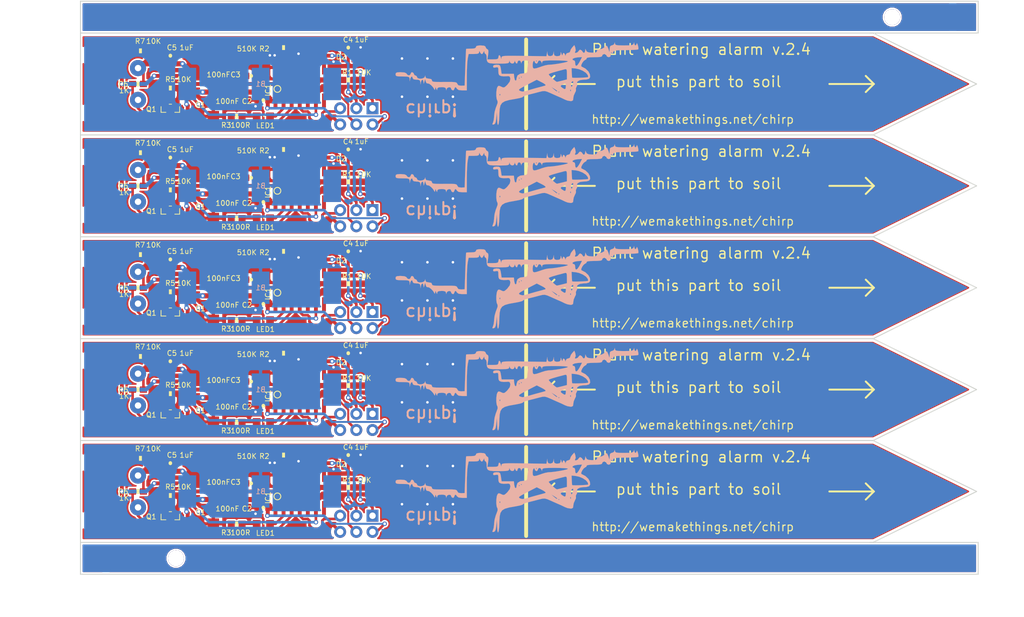
<source format=kicad_pcb>
(kicad_pcb (version 4) (host pcbnew "(2015-09-30 BZR 6232)-product")
  (layers (0 Top signal) (31 Bottom signal) (34 B.Paste user) (35 F.Paste user) (36 B.SilkS user) (37 F.SilkS user) (38 B.Mask user) (39 F.Mask user) (44 Edge.Cuts user))
  (net 0 "")
  (net 1 VCC)
  (net 2 GND)
  (net 3 RESET)
  (net 4 MOSI)
  (net 5 MISO)
  (net 6 SCK)
  (net 7 V_CAP)
  (net 8 N$1)
  (net 9 BUZZER)
  (net 10 CAPACITANCE_V)
  (net 11 CLK_OUT)
  (net 12 LED_A)
  (net 13 LED_K)
  (net 14 N$2)
  (module 0603-RES (layer Top) (at 49.4221 42.7941)
    (fp_text reference R7 (at -0.9221 -1.0441) (layer F.SilkS) (effects (font (size 0.8 0.8) (thickness 0.12)) (justify left bottom)))
    (fp_text value 10K (at 0.8279 -1.0441) (layer F.SilkS) (effects (font (size 0.8 0.8) (thickness 0.12)) (justify left bottom)))
    (pad 1 smd rect (at -0.85 0) (size 1.1 1) (layers Top F.Paste F.Mask) (net 3 RESET))
    (pad 2 smd rect (at 0.85 0) (size 1.1 1) (layers Top F.Paste F.Mask) (net 1 VCC))
  )
  (module 0603-CAP (layer Top) (at 54.1211 43.5561)
    (fp_text reference C5 (at -0.6211 -0.8061) (layer F.SilkS) (effects (font (size 0.8 0.8) (thickness 0.12)) (justify left bottom)))
    (fp_text value 1uF (at 1.3789 -0.8061) (layer F.SilkS) (effects (font (size 0.8 0.8) (thickness 0.12)) (justify left bottom)))
    (pad 1 smd rect (at -0.85 0) (size 1.1 1) (layers Top F.Paste F.Mask) (net 1 VCC))
    (pad 2 smd rect (at 0.85 0) (size 1.1 1) (layers Top F.Paste F.Mask) (net 2 GND))
  )
  (module 0603-RES (layer Top) (at 49.0411 48.0011)
    (fp_text reference R6 (at -3.175 0.4989) (layer F.SilkS) (effects (font (size 0.8 0.8) (thickness 0.12)) (justify left bottom)))
    (fp_text value 1K (at -3.0411 1.4989) (layer F.SilkS) (effects (font (size 0.8 0.8) (thickness 0.12)) (justify left bottom)))
    (pad 1 smd rect (at -0.85 0) (size 1.1 1) (layers Top F.Paste F.Mask) (net 8 N$1))
    (pad 2 smd rect (at 0.85 0) (size 1.1 1) (layers Top F.Paste F.Mask) (net 1 VCC))
  )
  (module Mounting_Holes:MountingHole_2-5mm (layer Top) (at 167.5 37.5)
    (fp_text reference REF** hide)
    (fp_text value MountingHole_2-5mm)
    (pad 1 thru_hole circle (at 0 0) (size 2.5 2.5) (drill 2.5) (layers))
  )
  (module w_logo:Fiducial_Modern_CopperTop (layer Top) (at 177 37.5)
    (fp_text reference REF** hide)
    (fp_text value Fiducial_Modern_CopperTop)
    (pad ~ smd circle (at 0 0) (size 2 2) (layers Top F.Mask) (clearance 1))
  )
  (module CHIPLED_0805 (layer Top) (at 68.7261 53.0811 270)
    (fp_text reference LED1 (at 1.9189 1.2261 360) (layer F.SilkS) (effects (font (size 0.8 0.8) (thickness 0.12)) (justify left bottom)))
    (fp_text value "" (at 2.54 1.27 360) (layer F.SilkS) (effects (font (size 0.8 0.8) (thickness 0.12)) (justify left bottom)))
    (pad C smd rect (at 0 -1.05 270) (size 1.2 1.2) (layers Top F.Paste F.Mask) (net 13 LED_K))
    (pad A smd rect (at 0 1.05 270) (size 1.2 1.2) (layers Top F.Paste F.Mask) (net 14 N$2))
  )
  (module DO214AC (layer Top) (at 58.8201 53.0811)
    (fp_text reference D1 (at -0.8201 -1.3311) (layer F.SilkS) (effects (font (size 0.8 0.8) (thickness 0.12)) (justify left bottom)))
    (fp_text value "" (at -2.64 2.556) (layer F.SilkS) (effects (font (size 0.8 0.8) (thickness 0.12)) (justify left bottom)))
    (pad C smd rect (at -2.05 0) (size 1.8 1.7) (layers Top F.Paste F.Mask) (net 1 VCC))
    (pad A smd rect (at 2.05 0) (size 1.8 1.7) (layers Top F.Paste F.Mask) (net 2 GND))
  )
  (module SOIC14 (layer Top) (at 74.4411 48.0011)
    (fp_text reference IC1 (at -4.5085 2.032 90) (layer F.SilkS) (effects (font (size 0.8 0.8) (thickness 0.12)) (justify left bottom)))
    (fp_text value TINY24/44/84-SSU hide)
    (pad 1 smd rect (at -3.81 2.6035) (size 0.6096 2.2098) (layers Top F.Paste F.Mask) (net 1 VCC))
    (pad 14 smd rect (at -3.81 -2.6035) (size 0.6096 2.2098) (layers Top F.Paste F.Mask) (net 2 GND))
    (pad 2 smd rect (at -2.54 2.6035) (size 0.6096 2.2098) (layers Top F.Paste F.Mask) (net 13 LED_K))
    (pad 3 smd rect (at -1.27 2.6035) (size 0.6096 2.2098) (layers Top F.Paste F.Mask) (net 12 LED_A))
    (pad 13 smd rect (at -2.54 -2.6035) (size 0.6096 2.2098) (layers Top F.Paste F.Mask))
    (pad 12 smd rect (at -1.27 -2.6035) (size 0.6096 2.2098) (layers Top F.Paste F.Mask) (net 10 CAPACITANCE_V))
    (pad 4 smd rect (at 0 2.6035) (size 0.6096 2.2098) (layers Top F.Paste F.Mask) (net 3 RESET))
    (pad 11 smd rect (at 0 -2.6035) (size 0.6096 2.2098) (layers Top F.Paste F.Mask))
    (pad 5 smd rect (at 1.27 2.6035) (size 0.6096 2.2098) (layers Top F.Paste F.Mask) (net 11 CLK_OUT))
    (pad 6 smd rect (at 2.54 2.6035) (size 0.6096 2.2098) (layers Top F.Paste F.Mask) (net 9 BUZZER))
    (pad 10 smd rect (at 1.27 -2.6035) (size 0.6096 2.2098) (layers Top F.Paste F.Mask))
    (pad 9 smd rect (at 2.54 -2.6035) (size 0.6096 2.2098) (layers Top F.Paste F.Mask) (net 6 SCK))
    (pad 7 smd rect (at 3.81 2.6035) (size 0.6096 2.2098) (layers Top F.Paste F.Mask) (net 4 MOSI))
    (pad 8 smd rect (at 3.81 -2.6035) (size 0.6096 2.2098) (layers Top F.Paste F.Mask) (net 5 MISO))
  )
  (module SOD-523 (layer Top) (at 82.0611 44.1911 90)
    (fp_text reference D2 (at 0 -2 180) (layer F.SilkS) (effects (font (size 0.8 0.8) (thickness 0.12)) (justify left bottom)))
    (fp_text value DIODE-SCHOTTKY_ hide)
    (pad K smd rect (at 0 -0.8 90) (size 0.8 0.6) (layers Top F.Paste F.Mask) (net 10 CAPACITANCE_V))
    (pad A smd rect (at 0 0.8 90) (size 0.8 0.6) (layers Top F.Paste F.Mask) (net 7 V_CAP))
  )
  (module 2X3-NS (layer Top) (at 83.3311 53.0811 180)
    (fp_text reference JP1 hide)
    (fp_text value AVR_SPI_PRG_6NS hide)
    (pad 1 thru_hole rect (at -2.54 1.27 180) (size 1.8796 1.8796) (drill 1.016) (layers *.Cu *.Mask) (net 5 MISO))
    (pad 2 thru_hole circle (at -2.54 -1.27 180) (size 1.8796 1.8796) (drill 1.016) (layers *.Cu *.Mask) (net 1 VCC))
    (pad 3 thru_hole circle (at 0 1.27 180) (size 1.8796 1.8796) (drill 1.016) (layers *.Cu *.Mask) (net 6 SCK))
    (pad 4 thru_hole circle (at 0 -1.27 180) (size 1.8796 1.8796) (drill 1.016) (layers *.Cu *.Mask) (net 4 MOSI))
    (pad 5 thru_hole circle (at 2.54 1.27 180) (size 1.8796 1.8796) (drill 1.016) (layers *.Cu *.Mask) (net 3 RESET))
    (pad 6 thru_hole circle (at 2.54 -1.27 180) (size 1.8796 1.8796) (drill 1.016) (layers *.Cu *.Mask) (net 2 GND))
  )
  (module PS12 (layer Bottom) (at 49.0411 48.0011 270)
    (fp_text reference SP1 hide)
    (fp_text value SPEAKER/PS12 hide)
    (pad P$1 thru_hole circle (at -2.5 0 270) (size 2.54 2.54) (drill 1) (layers *.Cu *.Mask) (net 1 VCC))
    (pad P$2 thru_hole circle (at 2.5 0 270) (size 2.54 2.54) (drill 1) (layers *.Cu *.Mask) (net 8 N$1))
  )
  (module FSMJSMA (layer Top) (at 43.9611 48.0011 90)
    (fp_text reference SW1 hide)
    (fp_text value SPST_TACTFSMJSMA hide)
    (pad B smd rect (at -4.5466 -2.2606 90) (size 2.1082 1.397) (layers Top F.Paste F.Mask) (net 2 GND))
    (pad B' smd rect (at 4.5466 -2.2606 90) (size 2.1082 1.397) (layers Top F.Paste F.Mask) (net 2 GND))
    (pad A' smd rect (at 4.5684 2.2606 90) (size 2.1082 1.397) (layers Top F.Paste F.Mask) (net 3 RESET))
    (pad A smd rect (at -4.5466 2.2606 90) (size 2.1082 1.397) (layers Top F.Paste F.Mask) (net 3 RESET))
  )
  (module BAT-HLD-001 (layer Bottom) (at 68.2911 48.0011)
    (fp_text reference B1 (at 0 0) (layer B.SilkS) (effects (font (size 0.8 0.8) (thickness 0.12)) (justify mirror)))
    (fp_text value "" (at 0 0) (layer B.SilkS) (effects (font (size 0.8 0.8) (thickness 0.12)) (justify mirror)))
    (pad 1 smd rect (at -11.51 0 270) (size 5.08 2.79) (layers Bottom B.Paste B.Mask) (net 1 VCC))
    (pad 2 smd rect (at 0 0 270) (size 5.08 2.79) (layers Bottom B.Paste B.Mask) (net 2 GND))
    (pad 3 smd rect (at 11.25 0 270) (size 5.08 2.79) (layers Bottom B.Paste B.Mask))
  )
  (module SOT23 (layer Top) (at 54.1211 51.8111 180)
    (fp_text reference Q1 (at 2.1211 0.3111 180) (layer F.SilkS) (effects (font (size 0.8 0.8) (thickness 0.12)) (justify right top)))
    (fp_text value "" (at -1.27 0.635 360) (layer F.SilkS) (effects (font (size 0.8 0.8) (thickness 0.12)) (justify right top)))
    (pad 3 smd rect (at 0 -1.016 180) (size 1.016 1.143) (layers Top F.Paste F.Mask) (net 8 N$1))
    (pad 2 smd rect (at 0.95 1.016 180) (size 1.016 1.143) (layers Top F.Paste F.Mask) (net 2 GND))
    (pad 1 smd rect (at -0.95 1.016) (size 1.016 1.143) (layers Top F.Paste F.Mask) (net 9 BUZZER))
  )
  (module 0603-RES (layer Top) (at 54.1211 48.6361)
    (fp_text reference R5 (at -0.8711 -0.8861) (layer F.SilkS) (effects (font (size 0.8 0.8) (thickness 0.12)) (justify left bottom)))
    (fp_text value 10K (at 0.8789 -0.8861) (layer F.SilkS) (effects (font (size 0.8 0.8) (thickness 0.12)) (justify left bottom)))
    (pad 1 smd rect (at -0.85 0) (size 1.1 1) (layers Top F.Paste F.Mask) (net 2 GND))
    (pad 2 smd rect (at 0.85 0) (size 1.1 1) (layers Top F.Paste F.Mask) (net 9 BUZZER))
  )
  (module 0603-CAP (layer Top) (at 68.7261 50.5411 180)
    (fp_text reference C2 (at 1.7261 0.2911 360) (layer F.SilkS) (effects (font (size 0.8 0.8) (thickness 0.12)) (justify right top)))
    (fp_text value 100nF (at 3.7261 0.2911 360) (layer F.SilkS) (effects (font (size 0.8 0.8) (thickness 0.12)) (justify right top)))
    (pad 1 smd rect (at -0.85 0 180) (size 1.1 1) (layers Top F.Paste F.Mask) (net 1 VCC))
    (pad 2 smd rect (at 0.85 0 180) (size 1.1 1) (layers Top F.Paste F.Mask) (net 2 GND))
  )
  (module 0603-CAP (layer Top) (at 66.8211 46.7311 180)
    (fp_text reference C3 (at 3.3211 -0.2689 360) (layer F.SilkS) (effects (font (size 0.8 0.8) (thickness 0.12)) (justify left bottom)))
    (fp_text value 100nF (at 7.0711 -0.2689 360) (layer F.SilkS) (effects (font (size 0.8 0.8) (thickness 0.12)) (justify left bottom)))
    (pad 1 smd rect (at -0.85 0 180) (size 1.1 1) (layers Top F.Paste F.Mask) (net 3 RESET))
    (pad 2 smd rect (at 0.85 0 180) (size 1.1 1) (layers Top F.Paste F.Mask) (net 2 GND))
  )
  (module 0603-RES (layer Top) (at 82.0611 47.3661 180)
    (fp_text reference R1 (at -0.6889 1.6161 180) (layer F.SilkS) (effects (font (size 0.8 0.8) (thickness 0.12)) (justify right top)))
    (fp_text value 10K (at -3.6889 1.6161 180) (layer F.SilkS) (effects (font (size 0.8 0.8) (thickness 0.12)) (justify right top)))
    (pad 1 smd rect (at -0.85 0 180) (size 1.1 1) (layers Top F.Paste F.Mask) (net 7 V_CAP))
    (pad 2 smd rect (at 0.85 0 180) (size 1.1 1) (layers Top F.Paste F.Mask) (net 11 CLK_OUT))
  )
  (module 0603-CAP (layer Top) (at 82.0611 42.2861)
    (fp_text reference C4 (at -0.889 -0.762) (layer F.SilkS) (effects (font (size 0.8 0.8) (thickness 0.12)) (justify left bottom)))
    (fp_text value 1uF (at 0.9389 -0.7861) (layer F.SilkS) (effects (font (size 0.8 0.8) (thickness 0.12)) (justify left bottom)))
    (pad 1 smd rect (at -0.85 0) (size 1.1 1) (layers Top F.Paste F.Mask) (net 10 CAPACITANCE_V))
    (pad 2 smd rect (at 0.85 0) (size 1.1 1) (layers Top F.Paste F.Mask) (net 2 GND))
  )
  (module 0603-RES (layer Top) (at 71.9011 42.2861 180)
    (fp_text reference R2 (at 2.1511 0.2861 180) (layer F.SilkS) (effects (font (size 0.8 0.8) (thickness 0.12)) (justify right top)))
    (fp_text value 510K (at 4.1511 0.2861 180) (layer F.SilkS) (effects (font (size 0.8 0.8) (thickness 0.12)) (justify right top)))
    (pad 1 smd rect (at -0.85 0 180) (size 1.1 1) (layers Top F.Paste F.Mask) (net 10 CAPACITANCE_V))
    (pad 2 smd rect (at 0.85 0 180) (size 1.1 1) (layers Top F.Paste F.Mask) (net 2 GND))
  )
  (module 0603-RES (layer Top) (at 64.5351 53.0811 180)
    (fp_text reference R3 (at 0.7851 -0.9189 180) (layer F.SilkS) (effects (font (size 0.8 0.8) (thickness 0.12)) (justify right top)))
    (fp_text value 100R (at -2.2149 -0.9189 180) (layer F.SilkS) (effects (font (size 0.8 0.8) (thickness 0.12)) (justify right top)))
    (pad 1 smd rect (at -0.85 0 180) (size 1.1 1) (layers Top F.Paste F.Mask) (net 14 N$2))
    (pad 2 smd rect (at 0.85 0 180) (size 1.1 1) (layers Top F.Paste F.Mask) (net 12 LED_A))
  )
  (module chirp_logo:ziogas (layer Top) (at 108.5 48)
    (fp_text reference G*** hide)
    (fp_text value LOGO hide)
  )
  (module CHIPLED_0805 (layer Top) (at 68.7261 69.0811 270)
    (fp_text reference LED1 (at 1.9189 1.2261 360) (layer F.SilkS) (effects (font (size 0.8 0.8) (thickness 0.12)) (justify left bottom)))
    (fp_text value "" (at 2.54 1.27 360) (layer F.SilkS) (effects (font (size 0.8 0.8) (thickness 0.12)) (justify left bottom)))
    (pad C smd rect (at 0 -1.05 270) (size 1.2 1.2) (layers Top F.Paste F.Mask) (net 13 LED_K))
    (pad A smd rect (at 0 1.05 270) (size 1.2 1.2) (layers Top F.Paste F.Mask) (net 14 N$2))
  )
  (module DO214AC (layer Top) (at 58.8201 69.0811)
    (fp_text reference D1 (at -0.8201 -1.3311) (layer F.SilkS) (effects (font (size 0.8 0.8) (thickness 0.12)) (justify left bottom)))
    (fp_text value "" (at -2.64 2.556) (layer F.SilkS) (effects (font (size 0.8 0.8) (thickness 0.12)) (justify left bottom)))
    (pad C smd rect (at -2.05 0) (size 1.8 1.7) (layers Top F.Paste F.Mask) (net 1 VCC))
    (pad A smd rect (at 2.05 0) (size 1.8 1.7) (layers Top F.Paste F.Mask) (net 2 GND))
  )
  (module SOIC14 (layer Top) (at 74.4411 64.0011)
    (fp_text reference IC1 (at -4.5085 2.032 90) (layer F.SilkS) (effects (font (size 0.8 0.8) (thickness 0.12)) (justify left bottom)))
    (fp_text value TINY24/44/84-SSU hide)
    (pad 1 smd rect (at -3.81 2.6035) (size 0.6096 2.2098) (layers Top F.Paste F.Mask) (net 1 VCC))
    (pad 14 smd rect (at -3.81 -2.6035) (size 0.6096 2.2098) (layers Top F.Paste F.Mask) (net 2 GND))
    (pad 2 smd rect (at -2.54 2.6035) (size 0.6096 2.2098) (layers Top F.Paste F.Mask) (net 13 LED_K))
    (pad 3 smd rect (at -1.27 2.6035) (size 0.6096 2.2098) (layers Top F.Paste F.Mask) (net 12 LED_A))
    (pad 13 smd rect (at -2.54 -2.6035) (size 0.6096 2.2098) (layers Top F.Paste F.Mask))
    (pad 12 smd rect (at -1.27 -2.6035) (size 0.6096 2.2098) (layers Top F.Paste F.Mask) (net 10 CAPACITANCE_V))
    (pad 4 smd rect (at 0 2.6035) (size 0.6096 2.2098) (layers Top F.Paste F.Mask) (net 3 RESET))
    (pad 11 smd rect (at 0 -2.6035) (size 0.6096 2.2098) (layers Top F.Paste F.Mask))
    (pad 5 smd rect (at 1.27 2.6035) (size 0.6096 2.2098) (layers Top F.Paste F.Mask) (net 11 CLK_OUT))
    (pad 6 smd rect (at 2.54 2.6035) (size 0.6096 2.2098) (layers Top F.Paste F.Mask) (net 9 BUZZER))
    (pad 10 smd rect (at 1.27 -2.6035) (size 0.6096 2.2098) (layers Top F.Paste F.Mask))
    (pad 9 smd rect (at 2.54 -2.6035) (size 0.6096 2.2098) (layers Top F.Paste F.Mask) (net 6 SCK))
    (pad 7 smd rect (at 3.81 2.6035) (size 0.6096 2.2098) (layers Top F.Paste F.Mask) (net 4 MOSI))
    (pad 8 smd rect (at 3.81 -2.6035) (size 0.6096 2.2098) (layers Top F.Paste F.Mask) (net 5 MISO))
  )
  (module SOD-523 (layer Top) (at 82.0611 60.1911 90)
    (fp_text reference D2 (at 0 -2 180) (layer F.SilkS) (effects (font (size 0.8 0.8) (thickness 0.12)) (justify left bottom)))
    (fp_text value DIODE-SCHOTTKY_ hide)
    (pad K smd rect (at 0 -0.8 90) (size 0.8 0.6) (layers Top F.Paste F.Mask) (net 10 CAPACITANCE_V))
    (pad A smd rect (at 0 0.8 90) (size 0.8 0.6) (layers Top F.Paste F.Mask) (net 7 V_CAP))
  )
  (module 2X3-NS (layer Top) (at 83.3311 69.0811 180)
    (fp_text reference JP1 hide)
    (fp_text value AVR_SPI_PRG_6NS hide)
    (pad 1 thru_hole rect (at -2.54 1.27 180) (size 1.8796 1.8796) (drill 1.016) (layers *.Cu *.Mask) (net 5 MISO))
    (pad 2 thru_hole circle (at -2.54 -1.27 180) (size 1.8796 1.8796) (drill 1.016) (layers *.Cu *.Mask) (net 1 VCC))
    (pad 3 thru_hole circle (at 0 1.27 180) (size 1.8796 1.8796) (drill 1.016) (layers *.Cu *.Mask) (net 6 SCK))
    (pad 4 thru_hole circle (at 0 -1.27 180) (size 1.8796 1.8796) (drill 1.016) (layers *.Cu *.Mask) (net 4 MOSI))
    (pad 5 thru_hole circle (at 2.54 1.27 180) (size 1.8796 1.8796) (drill 1.016) (layers *.Cu *.Mask) (net 3 RESET))
    (pad 6 thru_hole circle (at 2.54 -1.27 180) (size 1.8796 1.8796) (drill 1.016) (layers *.Cu *.Mask) (net 2 GND))
  )
  (module PS12 (layer Bottom) (at 49.0411 64.0011 270)
    (fp_text reference SP1 hide)
    (fp_text value SPEAKER/PS12 hide)
    (pad P$1 thru_hole circle (at -2.5 0 270) (size 2.54 2.54) (drill 1) (layers *.Cu *.Mask) (net 1 VCC))
    (pad P$2 thru_hole circle (at 2.5 0 270) (size 2.54 2.54) (drill 1) (layers *.Cu *.Mask) (net 8 N$1))
  )
  (module FSMJSMA (layer Top) (at 43.9611 64.0011 90)
    (fp_text reference SW1 hide)
    (fp_text value SPST_TACTFSMJSMA hide)
    (pad B smd rect (at -4.5466 -2.2606 90) (size 2.1082 1.397) (layers Top F.Paste F.Mask) (net 2 GND))
    (pad B' smd rect (at 4.5466 -2.2606 90) (size 2.1082 1.397) (layers Top F.Paste F.Mask) (net 2 GND))
    (pad A' smd rect (at 4.5684 2.2606 90) (size 2.1082 1.397) (layers Top F.Paste F.Mask) (net 3 RESET))
    (pad A smd rect (at -4.5466 2.2606 90) (size 2.1082 1.397) (layers Top F.Paste F.Mask) (net 3 RESET))
  )
  (module BAT-HLD-001 (layer Bottom) (at 68.2911 64.0011)
    (fp_text reference B1 (at 0 0) (layer B.SilkS) (effects (font (size 0.8 0.8) (thickness 0.12)) (justify mirror)))
    (fp_text value "" (at 0 0) (layer B.SilkS) (effects (font (size 0.8 0.8) (thickness 0.12)) (justify mirror)))
    (pad 1 smd rect (at -11.51 0 270) (size 5.08 2.79) (layers Bottom B.Paste B.Mask) (net 1 VCC))
    (pad 2 smd rect (at 0 0 270) (size 5.08 2.79) (layers Bottom B.Paste B.Mask) (net 2 GND))
    (pad 3 smd rect (at 11.25 0 270) (size 5.08 2.79) (layers Bottom B.Paste B.Mask))
  )
  (module SOT23 (layer Top) (at 54.1211 67.8111 180)
    (fp_text reference Q1 (at 2.1211 0.3111 180) (layer F.SilkS) (effects (font (size 0.8 0.8) (thickness 0.12)) (justify right top)))
    (fp_text value "" (at -1.27 0.635 360) (layer F.SilkS) (effects (font (size 0.8 0.8) (thickness 0.12)) (justify right top)))
    (pad 3 smd rect (at 0 -1.016 180) (size 1.016 1.143) (layers Top F.Paste F.Mask) (net 8 N$1))
    (pad 2 smd rect (at 0.95 1.016 180) (size 1.016 1.143) (layers Top F.Paste F.Mask) (net 2 GND))
    (pad 1 smd rect (at -0.95 1.016) (size 1.016 1.143) (layers Top F.Paste F.Mask) (net 9 BUZZER))
  )
  (module 0603-RES (layer Top) (at 54.1211 64.6361)
    (fp_text reference R5 (at -0.8711 -0.8861) (layer F.SilkS) (effects (font (size 0.8 0.8) (thickness 0.12)) (justify left bottom)))
    (fp_text value 10K (at 0.8789 -0.8861) (layer F.SilkS) (effects (font (size 0.8 0.8) (thickness 0.12)) (justify left bottom)))
    (pad 1 smd rect (at -0.85 0) (size 1.1 1) (layers Top F.Paste F.Mask) (net 2 GND))
    (pad 2 smd rect (at 0.85 0) (size 1.1 1) (layers Top F.Paste F.Mask) (net 9 BUZZER))
  )
  (module 0603-RES (layer Top) (at 49.0411 64.0011)
    (fp_text reference R6 (at -3.175 0.4989) (layer F.SilkS) (effects (font (size 0.8 0.8) (thickness 0.12)) (justify left bottom)))
    (fp_text value 1K (at -3.0411 1.4989) (layer F.SilkS) (effects (font (size 0.8 0.8) (thickness 0.12)) (justify left bottom)))
    (pad 1 smd rect (at -0.85 0) (size 1.1 1) (layers Top F.Paste F.Mask) (net 8 N$1))
    (pad 2 smd rect (at 0.85 0) (size 1.1 1) (layers Top F.Paste F.Mask) (net 1 VCC))
  )
  (module 0603-CAP (layer Top) (at 68.7261 66.5411 180)
    (fp_text reference C2 (at 1.7261 0.2911 360) (layer F.SilkS) (effects (font (size 0.8 0.8) (thickness 0.12)) (justify right top)))
    (fp_text value 100nF (at 3.7261 0.2911 360) (layer F.SilkS) (effects (font (size 0.8 0.8) (thickness 0.12)) (justify right top)))
    (pad 1 smd rect (at -0.85 0 180) (size 1.1 1) (layers Top F.Paste F.Mask) (net 1 VCC))
    (pad 2 smd rect (at 0.85 0 180) (size 1.1 1) (layers Top F.Paste F.Mask) (net 2 GND))
  )
  (module 0603-RES (layer Top) (at 49.4221 58.7941)
    (fp_text reference R7 (at -0.9221 -1.0441) (layer F.SilkS) (effects (font (size 0.8 0.8) (thickness 0.12)) (justify left bottom)))
    (fp_text value 10K (at 0.8279 -1.0441) (layer F.SilkS) (effects (font (size 0.8 0.8) (thickness 0.12)) (justify left bottom)))
    (pad 1 smd rect (at -0.85 0) (size 1.1 1) (layers Top F.Paste F.Mask) (net 3 RESET))
    (pad 2 smd rect (at 0.85 0) (size 1.1 1) (layers Top F.Paste F.Mask) (net 1 VCC))
  )
  (module 0603-CAP (layer Top) (at 66.8211 62.7311 180)
    (fp_text reference C3 (at 3.3211 -0.2689 360) (layer F.SilkS) (effects (font (size 0.8 0.8) (thickness 0.12)) (justify left bottom)))
    (fp_text value 100nF (at 7.0711 -0.2689 360) (layer F.SilkS) (effects (font (size 0.8 0.8) (thickness 0.12)) (justify left bottom)))
    (pad 1 smd rect (at -0.85 0 180) (size 1.1 1) (layers Top F.Paste F.Mask) (net 3 RESET))
    (pad 2 smd rect (at 0.85 0 180) (size 1.1 1) (layers Top F.Paste F.Mask) (net 2 GND))
  )
  (module 0603-RES (layer Top) (at 82.0611 63.3661 180)
    (fp_text reference R1 (at -0.6889 1.6161 180) (layer F.SilkS) (effects (font (size 0.8 0.8) (thickness 0.12)) (justify right top)))
    (fp_text value 10K (at -3.6889 1.6161 180) (layer F.SilkS) (effects (font (size 0.8 0.8) (thickness 0.12)) (justify right top)))
    (pad 1 smd rect (at -0.85 0 180) (size 1.1 1) (layers Top F.Paste F.Mask) (net 7 V_CAP))
    (pad 2 smd rect (at 0.85 0 180) (size 1.1 1) (layers Top F.Paste F.Mask) (net 11 CLK_OUT))
  )
  (module 0603-CAP (layer Top) (at 82.0611 58.2861)
    (fp_text reference C4 (at -0.889 -0.762) (layer F.SilkS) (effects (font (size 0.8 0.8) (thickness 0.12)) (justify left bottom)))
    (fp_text value 1uF (at 0.9389 -0.7861) (layer F.SilkS) (effects (font (size 0.8 0.8) (thickness 0.12)) (justify left bottom)))
    (pad 1 smd rect (at -0.85 0) (size 1.1 1) (layers Top F.Paste F.Mask) (net 10 CAPACITANCE_V))
    (pad 2 smd rect (at 0.85 0) (size 1.1 1) (layers Top F.Paste F.Mask) (net 2 GND))
  )
  (module 0603-RES (layer Top) (at 71.9011 58.2861 180)
    (fp_text reference R2 (at 2.1511 0.2861 180) (layer F.SilkS) (effects (font (size 0.8 0.8) (thickness 0.12)) (justify right top)))
    (fp_text value 510K (at 4.1511 0.2861 180) (layer F.SilkS) (effects (font (size 0.8 0.8) (thickness 0.12)) (justify right top)))
    (pad 1 smd rect (at -0.85 0 180) (size 1.1 1) (layers Top F.Paste F.Mask) (net 10 CAPACITANCE_V))
    (pad 2 smd rect (at 0.85 0 180) (size 1.1 1) (layers Top F.Paste F.Mask) (net 2 GND))
  )
  (module 0603-RES (layer Top) (at 64.5351 69.0811 180)
    (fp_text reference R3 (at 0.7851 -0.9189 180) (layer F.SilkS) (effects (font (size 0.8 0.8) (thickness 0.12)) (justify right top)))
    (fp_text value 100R (at -2.2149 -0.9189 180) (layer F.SilkS) (effects (font (size 0.8 0.8) (thickness 0.12)) (justify right top)))
    (pad 1 smd rect (at -0.85 0 180) (size 1.1 1) (layers Top F.Paste F.Mask) (net 14 N$2))
    (pad 2 smd rect (at 0.85 0 180) (size 1.1 1) (layers Top F.Paste F.Mask) (net 12 LED_A))
  )
  (module 0603-CAP (layer Top) (at 54.1211 59.5561)
    (fp_text reference C5 (at -0.6211 -0.8061) (layer F.SilkS) (effects (font (size 0.8 0.8) (thickness 0.12)) (justify left bottom)))
    (fp_text value 1uF (at 1.3789 -0.8061) (layer F.SilkS) (effects (font (size 0.8 0.8) (thickness 0.12)) (justify left bottom)))
    (pad 1 smd rect (at -0.85 0) (size 1.1 1) (layers Top F.Paste F.Mask) (net 1 VCC))
    (pad 2 smd rect (at 0.85 0) (size 1.1 1) (layers Top F.Paste F.Mask) (net 2 GND))
  )
  (module chirp_logo:ziogas (layer Top) (at 108.5 64)
    (fp_text reference G*** hide)
    (fp_text value LOGO hide)
  )
  (module CHIPLED_0805 (layer Top) (at 68.7261 85.0811 270)
    (fp_text reference LED1 (at 1.9189 1.2261 360) (layer F.SilkS) (effects (font (size 0.8 0.8) (thickness 0.12)) (justify left bottom)))
    (fp_text value "" (at 2.54 1.27 360) (layer F.SilkS) (effects (font (size 0.8 0.8) (thickness 0.12)) (justify left bottom)))
    (pad C smd rect (at 0 -1.05 270) (size 1.2 1.2) (layers Top F.Paste F.Mask) (net 13 LED_K))
    (pad A smd rect (at 0 1.05 270) (size 1.2 1.2) (layers Top F.Paste F.Mask) (net 14 N$2))
  )
  (module DO214AC (layer Top) (at 58.8201 85.0811)
    (fp_text reference D1 (at -0.8201 -1.3311) (layer F.SilkS) (effects (font (size 0.8 0.8) (thickness 0.12)) (justify left bottom)))
    (fp_text value "" (at -2.64 2.556) (layer F.SilkS) (effects (font (size 0.8 0.8) (thickness 0.12)) (justify left bottom)))
    (pad C smd rect (at -2.05 0) (size 1.8 1.7) (layers Top F.Paste F.Mask) (net 1 VCC))
    (pad A smd rect (at 2.05 0) (size 1.8 1.7) (layers Top F.Paste F.Mask) (net 2 GND))
  )
  (module SOIC14 (layer Top) (at 74.4411 80.0011)
    (fp_text reference IC1 (at -4.5085 2.032 90) (layer F.SilkS) (effects (font (size 0.8 0.8) (thickness 0.12)) (justify left bottom)))
    (fp_text value TINY24/44/84-SSU hide)
    (pad 1 smd rect (at -3.81 2.6035) (size 0.6096 2.2098) (layers Top F.Paste F.Mask) (net 1 VCC))
    (pad 14 smd rect (at -3.81 -2.6035) (size 0.6096 2.2098) (layers Top F.Paste F.Mask) (net 2 GND))
    (pad 2 smd rect (at -2.54 2.6035) (size 0.6096 2.2098) (layers Top F.Paste F.Mask) (net 13 LED_K))
    (pad 3 smd rect (at -1.27 2.6035) (size 0.6096 2.2098) (layers Top F.Paste F.Mask) (net 12 LED_A))
    (pad 13 smd rect (at -2.54 -2.6035) (size 0.6096 2.2098) (layers Top F.Paste F.Mask))
    (pad 12 smd rect (at -1.27 -2.6035) (size 0.6096 2.2098) (layers Top F.Paste F.Mask) (net 10 CAPACITANCE_V))
    (pad 4 smd rect (at 0 2.6035) (size 0.6096 2.2098) (layers Top F.Paste F.Mask) (net 3 RESET))
    (pad 11 smd rect (at 0 -2.6035) (size 0.6096 2.2098) (layers Top F.Paste F.Mask))
    (pad 5 smd rect (at 1.27 2.6035) (size 0.6096 2.2098) (layers Top F.Paste F.Mask) (net 11 CLK_OUT))
    (pad 6 smd rect (at 2.54 2.6035) (size 0.6096 2.2098) (layers Top F.Paste F.Mask) (net 9 BUZZER))
    (pad 10 smd rect (at 1.27 -2.6035) (size 0.6096 2.2098) (layers Top F.Paste F.Mask))
    (pad 9 smd rect (at 2.54 -2.6035) (size 0.6096 2.2098) (layers Top F.Paste F.Mask) (net 6 SCK))
    (pad 7 smd rect (at 3.81 2.6035) (size 0.6096 2.2098) (layers Top F.Paste F.Mask) (net 4 MOSI))
    (pad 8 smd rect (at 3.81 -2.6035) (size 0.6096 2.2098) (layers Top F.Paste F.Mask) (net 5 MISO))
  )
  (module SOD-523 (layer Top) (at 82.0611 76.1911 90)
    (fp_text reference D2 (at 0 -2 180) (layer F.SilkS) (effects (font (size 0.8 0.8) (thickness 0.12)) (justify left bottom)))
    (fp_text value DIODE-SCHOTTKY_ hide)
    (pad K smd rect (at 0 -0.8 90) (size 0.8 0.6) (layers Top F.Paste F.Mask) (net 10 CAPACITANCE_V))
    (pad A smd rect (at 0 0.8 90) (size 0.8 0.6) (layers Top F.Paste F.Mask) (net 7 V_CAP))
  )
  (module 2X3-NS (layer Top) (at 83.3311 85.0811 180)
    (fp_text reference JP1 hide)
    (fp_text value AVR_SPI_PRG_6NS hide)
    (pad 1 thru_hole rect (at -2.54 1.27 180) (size 1.8796 1.8796) (drill 1.016) (layers *.Cu *.Mask) (net 5 MISO))
    (pad 2 thru_hole circle (at -2.54 -1.27 180) (size 1.8796 1.8796) (drill 1.016) (layers *.Cu *.Mask) (net 1 VCC))
    (pad 3 thru_hole circle (at 0 1.27 180) (size 1.8796 1.8796) (drill 1.016) (layers *.Cu *.Mask) (net 6 SCK))
    (pad 4 thru_hole circle (at 0 -1.27 180) (size 1.8796 1.8796) (drill 1.016) (layers *.Cu *.Mask) (net 4 MOSI))
    (pad 5 thru_hole circle (at 2.54 1.27 180) (size 1.8796 1.8796) (drill 1.016) (layers *.Cu *.Mask) (net 3 RESET))
    (pad 6 thru_hole circle (at 2.54 -1.27 180) (size 1.8796 1.8796) (drill 1.016) (layers *.Cu *.Mask) (net 2 GND))
  )
  (module PS12 (layer Bottom) (at 49.0411 80.0011 270)
    (fp_text reference SP1 hide)
    (fp_text value SPEAKER/PS12 hide)
    (pad P$1 thru_hole circle (at -2.5 0 270) (size 2.54 2.54) (drill 1) (layers *.Cu *.Mask) (net 1 VCC))
    (pad P$2 thru_hole circle (at 2.5 0 270) (size 2.54 2.54) (drill 1) (layers *.Cu *.Mask) (net 8 N$1))
  )
  (module FSMJSMA (layer Top) (at 43.9611 80.0011 90)
    (fp_text reference SW1 hide)
    (fp_text value SPST_TACTFSMJSMA hide)
    (pad B smd rect (at -4.5466 -2.2606 90) (size 2.1082 1.397) (layers Top F.Paste F.Mask) (net 2 GND))
    (pad B' smd rect (at 4.5466 -2.2606 90) (size 2.1082 1.397) (layers Top F.Paste F.Mask) (net 2 GND))
    (pad A' smd rect (at 4.5684 2.2606 90) (size 2.1082 1.397) (layers Top F.Paste F.Mask) (net 3 RESET))
    (pad A smd rect (at -4.5466 2.2606 90) (size 2.1082 1.397) (layers Top F.Paste F.Mask) (net 3 RESET))
  )
  (module BAT-HLD-001 (layer Bottom) (at 68.2911 80.0011)
    (fp_text reference B1 (at 0 0) (layer B.SilkS) (effects (font (size 0.8 0.8) (thickness 0.12)) (justify mirror)))
    (fp_text value "" (at 0 0) (layer B.SilkS) (effects (font (size 0.8 0.8) (thickness 0.12)) (justify mirror)))
    (pad 1 smd rect (at -11.51 0 270) (size 5.08 2.79) (layers Bottom B.Paste B.Mask) (net 1 VCC))
    (pad 2 smd rect (at 0 0 270) (size 5.08 2.79) (layers Bottom B.Paste B.Mask) (net 2 GND))
    (pad 3 smd rect (at 11.25 0 270) (size 5.08 2.79) (layers Bottom B.Paste B.Mask))
  )
  (module SOT23 (layer Top) (at 54.1211 83.8111 180)
    (fp_text reference Q1 (at 2.1211 0.3111 180) (layer F.SilkS) (effects (font (size 0.8 0.8) (thickness 0.12)) (justify right top)))
    (fp_text value "" (at -1.27 0.635 360) (layer F.SilkS) (effects (font (size 0.8 0.8) (thickness 0.12)) (justify right top)))
    (pad 3 smd rect (at 0 -1.016 180) (size 1.016 1.143) (layers Top F.Paste F.Mask) (net 8 N$1))
    (pad 2 smd rect (at 0.95 1.016 180) (size 1.016 1.143) (layers Top F.Paste F.Mask) (net 2 GND))
    (pad 1 smd rect (at -0.95 1.016) (size 1.016 1.143) (layers Top F.Paste F.Mask) (net 9 BUZZER))
  )
  (module 0603-RES (layer Top) (at 54.1211 80.6361)
    (fp_text reference R5 (at -0.8711 -0.8861) (layer F.SilkS) (effects (font (size 0.8 0.8) (thickness 0.12)) (justify left bottom)))
    (fp_text value 10K (at 0.8789 -0.8861) (layer F.SilkS) (effects (font (size 0.8 0.8) (thickness 0.12)) (justify left bottom)))
    (pad 1 smd rect (at -0.85 0) (size 1.1 1) (layers Top F.Paste F.Mask) (net 2 GND))
    (pad 2 smd rect (at 0.85 0) (size 1.1 1) (layers Top F.Paste F.Mask) (net 9 BUZZER))
  )
  (module 0603-RES (layer Top) (at 49.0411 80.0011)
    (fp_text reference R6 (at -3.175 0.4989) (layer F.SilkS) (effects (font (size 0.8 0.8) (thickness 0.12)) (justify left bottom)))
    (fp_text value 1K (at -3.0411 1.4989) (layer F.SilkS) (effects (font (size 0.8 0.8) (thickness 0.12)) (justify left bottom)))
    (pad 1 smd rect (at -0.85 0) (size 1.1 1) (layers Top F.Paste F.Mask) (net 8 N$1))
    (pad 2 smd rect (at 0.85 0) (size 1.1 1) (layers Top F.Paste F.Mask) (net 1 VCC))
  )
  (module 0603-CAP (layer Top) (at 68.7261 82.5411 180)
    (fp_text reference C2 (at 1.7261 0.2911 360) (layer F.SilkS) (effects (font (size 0.8 0.8) (thickness 0.12)) (justify right top)))
    (fp_text value 100nF (at 3.7261 0.2911 360) (layer F.SilkS) (effects (font (size 0.8 0.8) (thickness 0.12)) (justify right top)))
    (pad 1 smd rect (at -0.85 0 180) (size 1.1 1) (layers Top F.Paste F.Mask) (net 1 VCC))
    (pad 2 smd rect (at 0.85 0 180) (size 1.1 1) (layers Top F.Paste F.Mask) (net 2 GND))
  )
  (module 0603-RES (layer Top) (at 49.4221 74.7941)
    (fp_text reference R7 (at -0.9221 -1.0441) (layer F.SilkS) (effects (font (size 0.8 0.8) (thickness 0.12)) (justify left bottom)))
    (fp_text value 10K (at 0.8279 -1.0441) (layer F.SilkS) (effects (font (size 0.8 0.8) (thickness 0.12)) (justify left bottom)))
    (pad 1 smd rect (at -0.85 0) (size 1.1 1) (layers Top F.Paste F.Mask) (net 3 RESET))
    (pad 2 smd rect (at 0.85 0) (size 1.1 1) (layers Top F.Paste F.Mask) (net 1 VCC))
  )
  (module 0603-CAP (layer Top) (at 66.8211 78.7311 180)
    (fp_text reference C3 (at 3.3211 -0.2689 360) (layer F.SilkS) (effects (font (size 0.8 0.8) (thickness 0.12)) (justify left bottom)))
    (fp_text value 100nF (at 7.0711 -0.2689 360) (layer F.SilkS) (effects (font (size 0.8 0.8) (thickness 0.12)) (justify left bottom)))
    (pad 1 smd rect (at -0.85 0 180) (size 1.1 1) (layers Top F.Paste F.Mask) (net 3 RESET))
    (pad 2 smd rect (at 0.85 0 180) (size 1.1 1) (layers Top F.Paste F.Mask) (net 2 GND))
  )
  (module 0603-RES (layer Top) (at 82.0611 79.3661 180)
    (fp_text reference R1 (at -0.6889 1.6161 180) (layer F.SilkS) (effects (font (size 0.8 0.8) (thickness 0.12)) (justify right top)))
    (fp_text value 10K (at -3.6889 1.6161 180) (layer F.SilkS) (effects (font (size 0.8 0.8) (thickness 0.12)) (justify right top)))
    (pad 1 smd rect (at -0.85 0 180) (size 1.1 1) (layers Top F.Paste F.Mask) (net 7 V_CAP))
    (pad 2 smd rect (at 0.85 0 180) (size 1.1 1) (layers Top F.Paste F.Mask) (net 11 CLK_OUT))
  )
  (module 0603-CAP (layer Top) (at 82.0611 74.2861)
    (fp_text reference C4 (at -0.889 -0.762) (layer F.SilkS) (effects (font (size 0.8 0.8) (thickness 0.12)) (justify left bottom)))
    (fp_text value 1uF (at 0.9389 -0.7861) (layer F.SilkS) (effects (font (size 0.8 0.8) (thickness 0.12)) (justify left bottom)))
    (pad 1 smd rect (at -0.85 0) (size 1.1 1) (layers Top F.Paste F.Mask) (net 10 CAPACITANCE_V))
    (pad 2 smd rect (at 0.85 0) (size 1.1 1) (layers Top F.Paste F.Mask) (net 2 GND))
  )
  (module 0603-RES (layer Top) (at 71.9011 74.2861 180)
    (fp_text reference R2 (at 2.1511 0.2861 180) (layer F.SilkS) (effects (font (size 0.8 0.8) (thickness 0.12)) (justify right top)))
    (fp_text value 510K (at 4.1511 0.2861 180) (layer F.SilkS) (effects (font (size 0.8 0.8) (thickness 0.12)) (justify right top)))
    (pad 1 smd rect (at -0.85 0 180) (size 1.1 1) (layers Top F.Paste F.Mask) (net 10 CAPACITANCE_V))
    (pad 2 smd rect (at 0.85 0 180) (size 1.1 1) (layers Top F.Paste F.Mask) (net 2 GND))
  )
  (module 0603-RES (layer Top) (at 64.5351 85.0811 180)
    (fp_text reference R3 (at 0.7851 -0.9189 180) (layer F.SilkS) (effects (font (size 0.8 0.8) (thickness 0.12)) (justify right top)))
    (fp_text value 100R (at -2.2149 -0.9189 180) (layer F.SilkS) (effects (font (size 0.8 0.8) (thickness 0.12)) (justify right top)))
    (pad 1 smd rect (at -0.85 0 180) (size 1.1 1) (layers Top F.Paste F.Mask) (net 14 N$2))
    (pad 2 smd rect (at 0.85 0 180) (size 1.1 1) (layers Top F.Paste F.Mask) (net 12 LED_A))
  )
  (module 0603-CAP (layer Top) (at 54.1211 75.5561)
    (fp_text reference C5 (at -0.6211 -0.8061) (layer F.SilkS) (effects (font (size 0.8 0.8) (thickness 0.12)) (justify left bottom)))
    (fp_text value 1uF (at 1.3789 -0.8061) (layer F.SilkS) (effects (font (size 0.8 0.8) (thickness 0.12)) (justify left bottom)))
    (pad 1 smd rect (at -0.85 0) (size 1.1 1) (layers Top F.Paste F.Mask) (net 1 VCC))
    (pad 2 smd rect (at 0.85 0) (size 1.1 1) (layers Top F.Paste F.Mask) (net 2 GND))
  )
  (module chirp_logo:ziogas (layer Top) (at 108.5 80)
    (fp_text reference G*** hide)
    (fp_text value LOGO hide)
  )
  (module CHIPLED_0805 (layer Top) (at 68.7261 101.0811 270)
    (fp_text reference LED1 (at 1.9189 1.2261 360) (layer F.SilkS) (effects (font (size 0.8 0.8) (thickness 0.12)) (justify left bottom)))
    (fp_text value "" (at 2.54 1.27 360) (layer F.SilkS) (effects (font (size 0.8 0.8) (thickness 0.12)) (justify left bottom)))
    (pad C smd rect (at 0 -1.05 270) (size 1.2 1.2) (layers Top F.Paste F.Mask) (net 13 LED_K))
    (pad A smd rect (at 0 1.05 270) (size 1.2 1.2) (layers Top F.Paste F.Mask) (net 14 N$2))
  )
  (module DO214AC (layer Top) (at 58.8201 101.0811)
    (fp_text reference D1 (at -0.8201 -1.3311) (layer F.SilkS) (effects (font (size 0.8 0.8) (thickness 0.12)) (justify left bottom)))
    (fp_text value "" (at -2.64 2.556) (layer F.SilkS) (effects (font (size 0.8 0.8) (thickness 0.12)) (justify left bottom)))
    (pad C smd rect (at -2.05 0) (size 1.8 1.7) (layers Top F.Paste F.Mask) (net 1 VCC))
    (pad A smd rect (at 2.05 0) (size 1.8 1.7) (layers Top F.Paste F.Mask) (net 2 GND))
  )
  (module SOIC14 (layer Top) (at 74.4411 96.0011)
    (fp_text reference IC1 (at -4.5085 2.032 90) (layer F.SilkS) (effects (font (size 0.8 0.8) (thickness 0.12)) (justify left bottom)))
    (fp_text value TINY24/44/84-SSU hide)
    (pad 1 smd rect (at -3.81 2.6035) (size 0.6096 2.2098) (layers Top F.Paste F.Mask) (net 1 VCC))
    (pad 14 smd rect (at -3.81 -2.6035) (size 0.6096 2.2098) (layers Top F.Paste F.Mask) (net 2 GND))
    (pad 2 smd rect (at -2.54 2.6035) (size 0.6096 2.2098) (layers Top F.Paste F.Mask) (net 13 LED_K))
    (pad 3 smd rect (at -1.27 2.6035) (size 0.6096 2.2098) (layers Top F.Paste F.Mask) (net 12 LED_A))
    (pad 13 smd rect (at -2.54 -2.6035) (size 0.6096 2.2098) (layers Top F.Paste F.Mask))
    (pad 12 smd rect (at -1.27 -2.6035) (size 0.6096 2.2098) (layers Top F.Paste F.Mask) (net 10 CAPACITANCE_V))
    (pad 4 smd rect (at 0 2.6035) (size 0.6096 2.2098) (layers Top F.Paste F.Mask) (net 3 RESET))
    (pad 11 smd rect (at 0 -2.6035) (size 0.6096 2.2098) (layers Top F.Paste F.Mask))
    (pad 5 smd rect (at 1.27 2.6035) (size 0.6096 2.2098) (layers Top F.Paste F.Mask) (net 11 CLK_OUT))
    (pad 6 smd rect (at 2.54 2.6035) (size 0.6096 2.2098) (layers Top F.Paste F.Mask) (net 9 BUZZER))
    (pad 10 smd rect (at 1.27 -2.6035) (size 0.6096 2.2098) (layers Top F.Paste F.Mask))
    (pad 9 smd rect (at 2.54 -2.6035) (size 0.6096 2.2098) (layers Top F.Paste F.Mask) (net 6 SCK))
    (pad 7 smd rect (at 3.81 2.6035) (size 0.6096 2.2098) (layers Top F.Paste F.Mask) (net 4 MOSI))
    (pad 8 smd rect (at 3.81 -2.6035) (size 0.6096 2.2098) (layers Top F.Paste F.Mask) (net 5 MISO))
  )
  (module SOD-523 (layer Top) (at 82.0611 92.1911 90)
    (fp_text reference D2 (at 0 -2 180) (layer F.SilkS) (effects (font (size 0.8 0.8) (thickness 0.12)) (justify left bottom)))
    (fp_text value DIODE-SCHOTTKY_ hide)
    (pad K smd rect (at 0 -0.8 90) (size 0.8 0.6) (layers Top F.Paste F.Mask) (net 10 CAPACITANCE_V))
    (pad A smd rect (at 0 0.8 90) (size 0.8 0.6) (layers Top F.Paste F.Mask) (net 7 V_CAP))
  )
  (module 2X3-NS (layer Top) (at 83.3311 101.0811 180)
    (fp_text reference JP1 hide)
    (fp_text value AVR_SPI_PRG_6NS hide)
    (pad 1 thru_hole rect (at -2.54 1.27 180) (size 1.8796 1.8796) (drill 1.016) (layers *.Cu *.Mask) (net 5 MISO))
    (pad 2 thru_hole circle (at -2.54 -1.27 180) (size 1.8796 1.8796) (drill 1.016) (layers *.Cu *.Mask) (net 1 VCC))
    (pad 3 thru_hole circle (at 0 1.27 180) (size 1.8796 1.8796) (drill 1.016) (layers *.Cu *.Mask) (net 6 SCK))
    (pad 4 thru_hole circle (at 0 -1.27 180) (size 1.8796 1.8796) (drill 1.016) (layers *.Cu *.Mask) (net 4 MOSI))
    (pad 5 thru_hole circle (at 2.54 1.27 180) (size 1.8796 1.8796) (drill 1.016) (layers *.Cu *.Mask) (net 3 RESET))
    (pad 6 thru_hole circle (at 2.54 -1.27 180) (size 1.8796 1.8796) (drill 1.016) (layers *.Cu *.Mask) (net 2 GND))
  )
  (module PS12 (layer Bottom) (at 49.0411 96.0011 270)
    (fp_text reference SP1 hide)
    (fp_text value SPEAKER/PS12 hide)
    (pad P$1 thru_hole circle (at -2.5 0 270) (size 2.54 2.54) (drill 1) (layers *.Cu *.Mask) (net 1 VCC))
    (pad P$2 thru_hole circle (at 2.5 0 270) (size 2.54 2.54) (drill 1) (layers *.Cu *.Mask) (net 8 N$1))
  )
  (module FSMJSMA (layer Top) (at 43.9611 96.0011 90)
    (fp_text reference SW1 hide)
    (fp_text value SPST_TACTFSMJSMA hide)
    (pad B smd rect (at -4.5466 -2.2606 90) (size 2.1082 1.397) (layers Top F.Paste F.Mask) (net 2 GND))
    (pad B' smd rect (at 4.5466 -2.2606 90) (size 2.1082 1.397) (layers Top F.Paste F.Mask) (net 2 GND))
    (pad A' smd rect (at 4.5684 2.2606 90) (size 2.1082 1.397) (layers Top F.Paste F.Mask) (net 3 RESET))
    (pad A smd rect (at -4.5466 2.2606 90) (size 2.1082 1.397) (layers Top F.Paste F.Mask) (net 3 RESET))
  )
  (module BAT-HLD-001 (layer Bottom) (at 68.2911 96.0011)
    (fp_text reference B1 (at 0 0) (layer B.SilkS) (effects (font (size 0.8 0.8) (thickness 0.12)) (justify mirror)))
    (fp_text value "" (at 0 0) (layer B.SilkS) (effects (font (size 0.8 0.8) (thickness 0.12)) (justify mirror)))
    (pad 1 smd rect (at -11.51 0 270) (size 5.08 2.79) (layers Bottom B.Paste B.Mask) (net 1 VCC))
    (pad 2 smd rect (at 0 0 270) (size 5.08 2.79) (layers Bottom B.Paste B.Mask) (net 2 GND))
    (pad 3 smd rect (at 11.25 0 270) (size 5.08 2.79) (layers Bottom B.Paste B.Mask))
  )
  (module SOT23 (layer Top) (at 54.1211 99.8111 180)
    (fp_text reference Q1 (at 2.1211 0.3111 180) (layer F.SilkS) (effects (font (size 0.8 0.8) (thickness 0.12)) (justify right top)))
    (fp_text value "" (at -1.27 0.635 360) (layer F.SilkS) (effects (font (size 0.8 0.8) (thickness 0.12)) (justify right top)))
    (pad 3 smd rect (at 0 -1.016 180) (size 1.016 1.143) (layers Top F.Paste F.Mask) (net 8 N$1))
    (pad 2 smd rect (at 0.95 1.016 180) (size 1.016 1.143) (layers Top F.Paste F.Mask) (net 2 GND))
    (pad 1 smd rect (at -0.95 1.016) (size 1.016 1.143) (layers Top F.Paste F.Mask) (net 9 BUZZER))
  )
  (module 0603-RES (layer Top) (at 54.1211 96.6361)
    (fp_text reference R5 (at -0.8711 -0.8861) (layer F.SilkS) (effects (font (size 0.8 0.8) (thickness 0.12)) (justify left bottom)))
    (fp_text value 10K (at 0.8789 -0.8861) (layer F.SilkS) (effects (font (size 0.8 0.8) (thickness 0.12)) (justify left bottom)))
    (pad 1 smd rect (at -0.85 0) (size 1.1 1) (layers Top F.Paste F.Mask) (net 2 GND))
    (pad 2 smd rect (at 0.85 0) (size 1.1 1) (layers Top F.Paste F.Mask) (net 9 BUZZER))
  )
  (module 0603-RES (layer Top) (at 49.0411 96.0011)
    (fp_text reference R6 (at -3.175 0.4989) (layer F.SilkS) (effects (font (size 0.8 0.8) (thickness 0.12)) (justify left bottom)))
    (fp_text value 1K (at -3.0411 1.4989) (layer F.SilkS) (effects (font (size 0.8 0.8) (thickness 0.12)) (justify left bottom)))
    (pad 1 smd rect (at -0.85 0) (size 1.1 1) (layers Top F.Paste F.Mask) (net 8 N$1))
    (pad 2 smd rect (at 0.85 0) (size 1.1 1) (layers Top F.Paste F.Mask) (net 1 VCC))
  )
  (module 0603-CAP (layer Top) (at 68.7261 98.5411 180)
    (fp_text reference C2 (at 1.7261 0.2911 360) (layer F.SilkS) (effects (font (size 0.8 0.8) (thickness 0.12)) (justify right top)))
    (fp_text value 100nF (at 3.7261 0.2911 360) (layer F.SilkS) (effects (font (size 0.8 0.8) (thickness 0.12)) (justify right top)))
    (pad 1 smd rect (at -0.85 0 180) (size 1.1 1) (layers Top F.Paste F.Mask) (net 1 VCC))
    (pad 2 smd rect (at 0.85 0 180) (size 1.1 1) (layers Top F.Paste F.Mask) (net 2 GND))
  )
  (module 0603-RES (layer Top) (at 49.4221 90.7941)
    (fp_text reference R7 (at -0.9221 -1.0441) (layer F.SilkS) (effects (font (size 0.8 0.8) (thickness 0.12)) (justify left bottom)))
    (fp_text value 10K (at 0.8279 -1.0441) (layer F.SilkS) (effects (font (size 0.8 0.8) (thickness 0.12)) (justify left bottom)))
    (pad 1 smd rect (at -0.85 0) (size 1.1 1) (layers Top F.Paste F.Mask) (net 3 RESET))
    (pad 2 smd rect (at 0.85 0) (size 1.1 1) (layers Top F.Paste F.Mask) (net 1 VCC))
  )
  (module 0603-CAP (layer Top) (at 66.8211 94.7311 180)
    (fp_text reference C3 (at 3.3211 -0.2689 360) (layer F.SilkS) (effects (font (size 0.8 0.8) (thickness 0.12)) (justify left bottom)))
    (fp_text value 100nF (at 7.0711 -0.2689 360) (layer F.SilkS) (effects (font (size 0.8 0.8) (thickness 0.12)) (justify left bottom)))
    (pad 1 smd rect (at -0.85 0 180) (size 1.1 1) (layers Top F.Paste F.Mask) (net 3 RESET))
    (pad 2 smd rect (at 0.85 0 180) (size 1.1 1) (layers Top F.Paste F.Mask) (net 2 GND))
  )
  (module 0603-RES (layer Top) (at 82.0611 95.3661 180)
    (fp_text reference R1 (at -0.6889 1.6161 180) (layer F.SilkS) (effects (font (size 0.8 0.8) (thickness 0.12)) (justify right top)))
    (fp_text value 10K (at -3.6889 1.6161 180) (layer F.SilkS) (effects (font (size 0.8 0.8) (thickness 0.12)) (justify right top)))
    (pad 1 smd rect (at -0.85 0 180) (size 1.1 1) (layers Top F.Paste F.Mask) (net 7 V_CAP))
    (pad 2 smd rect (at 0.85 0 180) (size 1.1 1) (layers Top F.Paste F.Mask) (net 11 CLK_OUT))
  )
  (module 0603-CAP (layer Top) (at 82.0611 90.2861)
    (fp_text reference C4 (at -0.889 -0.762) (layer F.SilkS) (effects (font (size 0.8 0.8) (thickness 0.12)) (justify left bottom)))
    (fp_text value 1uF (at 0.9389 -0.7861) (layer F.SilkS) (effects (font (size 0.8 0.8) (thickness 0.12)) (justify left bottom)))
    (pad 1 smd rect (at -0.85 0) (size 1.1 1) (layers Top F.Paste F.Mask) (net 10 CAPACITANCE_V))
    (pad 2 smd rect (at 0.85 0) (size 1.1 1) (layers Top F.Paste F.Mask) (net 2 GND))
  )
  (module 0603-RES (layer Top) (at 71.9011 90.2861 180)
    (fp_text reference R2 (at 2.1511 0.2861 180) (layer F.SilkS) (effects (font (size 0.8 0.8) (thickness 0.12)) (justify right top)))
    (fp_text value 510K (at 4.1511 0.2861 180) (layer F.SilkS) (effects (font (size 0.8 0.8) (thickness 0.12)) (justify right top)))
    (pad 1 smd rect (at -0.85 0 180) (size 1.1 1) (layers Top F.Paste F.Mask) (net 10 CAPACITANCE_V))
    (pad 2 smd rect (at 0.85 0 180) (size 1.1 1) (layers Top F.Paste F.Mask) (net 2 GND))
  )
  (module 0603-RES (layer Top) (at 64.5351 101.0811 180)
    (fp_text reference R3 (at 0.7851 -0.9189 180) (layer F.SilkS) (effects (font (size 0.8 0.8) (thickness 0.12)) (justify right top)))
    (fp_text value 100R (at -2.2149 -0.9189 180) (layer F.SilkS) (effects (font (size 0.8 0.8) (thickness 0.12)) (justify right top)))
    (pad 1 smd rect (at -0.85 0 180) (size 1.1 1) (layers Top F.Paste F.Mask) (net 14 N$2))
    (pad 2 smd rect (at 0.85 0 180) (size 1.1 1) (layers Top F.Paste F.Mask) (net 12 LED_A))
  )
  (module 0603-CAP (layer Top) (at 54.1211 91.5561)
    (fp_text reference C5 (at -0.6211 -0.8061) (layer F.SilkS) (effects (font (size 0.8 0.8) (thickness 0.12)) (justify left bottom)))
    (fp_text value 1uF (at 1.3789 -0.8061) (layer F.SilkS) (effects (font (size 0.8 0.8) (thickness 0.12)) (justify left bottom)))
    (pad 1 smd rect (at -0.85 0) (size 1.1 1) (layers Top F.Paste F.Mask) (net 1 VCC))
    (pad 2 smd rect (at 0.85 0) (size 1.1 1) (layers Top F.Paste F.Mask) (net 2 GND))
  )
  (module chirp_logo:ziogas (layer Top) (at 108.5 96)
    (fp_text reference G*** hide)
    (fp_text value LOGO hide)
  )
  (module CHIPLED_0805 (layer Top) (at 68.7261 117.0811 270)
    (fp_text reference LED1 (at 1.9189 1.2261 360) (layer F.SilkS) (effects (font (size 0.8 0.8) (thickness 0.12)) (justify left bottom)))
    (fp_text value "" (at 2.54 1.27 360) (layer F.SilkS) (effects (font (size 0.8 0.8) (thickness 0.12)) (justify left bottom)))
    (pad C smd rect (at 0 -1.05 270) (size 1.2 1.2) (layers Top F.Paste F.Mask) (net 13 LED_K))
    (pad A smd rect (at 0 1.05 270) (size 1.2 1.2) (layers Top F.Paste F.Mask) (net 14 N$2))
  )
  (module DO214AC (layer Top) (at 58.8201 117.0811)
    (fp_text reference D1 (at -0.8201 -1.3311) (layer F.SilkS) (effects (font (size 0.8 0.8) (thickness 0.12)) (justify left bottom)))
    (fp_text value "" (at -2.64 2.556) (layer F.SilkS) (effects (font (size 0.8 0.8) (thickness 0.12)) (justify left bottom)))
    (pad C smd rect (at -2.05 0) (size 1.8 1.7) (layers Top F.Paste F.Mask) (net 1 VCC))
    (pad A smd rect (at 2.05 0) (size 1.8 1.7) (layers Top F.Paste F.Mask) (net 2 GND))
  )
  (module SOIC14 (layer Top) (at 74.4411 112.0011)
    (fp_text reference IC1 (at -4.5085 2.032 90) (layer F.SilkS) (effects (font (size 0.8 0.8) (thickness 0.12)) (justify left bottom)))
    (fp_text value TINY24/44/84-SSU hide)
    (pad 1 smd rect (at -3.81 2.6035) (size 0.6096 2.2098) (layers Top F.Paste F.Mask) (net 1 VCC))
    (pad 14 smd rect (at -3.81 -2.6035) (size 0.6096 2.2098) (layers Top F.Paste F.Mask) (net 2 GND))
    (pad 2 smd rect (at -2.54 2.6035) (size 0.6096 2.2098) (layers Top F.Paste F.Mask) (net 13 LED_K))
    (pad 3 smd rect (at -1.27 2.6035) (size 0.6096 2.2098) (layers Top F.Paste F.Mask) (net 12 LED_A))
    (pad 13 smd rect (at -2.54 -2.6035) (size 0.6096 2.2098) (layers Top F.Paste F.Mask))
    (pad 12 smd rect (at -1.27 -2.6035) (size 0.6096 2.2098) (layers Top F.Paste F.Mask) (net 10 CAPACITANCE_V))
    (pad 4 smd rect (at 0 2.6035) (size 0.6096 2.2098) (layers Top F.Paste F.Mask) (net 3 RESET))
    (pad 11 smd rect (at 0 -2.6035) (size 0.6096 2.2098) (layers Top F.Paste F.Mask))
    (pad 5 smd rect (at 1.27 2.6035) (size 0.6096 2.2098) (layers Top F.Paste F.Mask) (net 11 CLK_OUT))
    (pad 6 smd rect (at 2.54 2.6035) (size 0.6096 2.2098) (layers Top F.Paste F.Mask) (net 9 BUZZER))
    (pad 10 smd rect (at 1.27 -2.6035) (size 0.6096 2.2098) (layers Top F.Paste F.Mask))
    (pad 9 smd rect (at 2.54 -2.6035) (size 0.6096 2.2098) (layers Top F.Paste F.Mask) (net 6 SCK))
    (pad 7 smd rect (at 3.81 2.6035) (size 0.6096 2.2098) (layers Top F.Paste F.Mask) (net 4 MOSI))
    (pad 8 smd rect (at 3.81 -2.6035) (size 0.6096 2.2098) (layers Top F.Paste F.Mask) (net 5 MISO))
  )
  (module SOD-523 (layer Top) (at 82.0611 108.1911 90)
    (fp_text reference D2 (at 0 -2 180) (layer F.SilkS) (effects (font (size 0.8 0.8) (thickness 0.12)) (justify left bottom)))
    (fp_text value DIODE-SCHOTTKY_ hide)
    (pad K smd rect (at 0 -0.8 90) (size 0.8 0.6) (layers Top F.Paste F.Mask) (net 10 CAPACITANCE_V))
    (pad A smd rect (at 0 0.8 90) (size 0.8 0.6) (layers Top F.Paste F.Mask) (net 7 V_CAP))
  )
  (module 2X3-NS (layer Top) (at 83.3311 117.0811 180)
    (fp_text reference JP1 hide)
    (fp_text value AVR_SPI_PRG_6NS hide)
    (pad 1 thru_hole rect (at -2.54 1.27 180) (size 1.8796 1.8796) (drill 1.016) (layers *.Cu *.Mask) (net 5 MISO))
    (pad 2 thru_hole circle (at -2.54 -1.27 180) (size 1.8796 1.8796) (drill 1.016) (layers *.Cu *.Mask) (net 1 VCC))
    (pad 3 thru_hole circle (at 0 1.27 180) (size 1.8796 1.8796) (drill 1.016) (layers *.Cu *.Mask) (net 6 SCK))
    (pad 4 thru_hole circle (at 0 -1.27 180) (size 1.8796 1.8796) (drill 1.016) (layers *.Cu *.Mask) (net 4 MOSI))
    (pad 5 thru_hole circle (at 2.54 1.27 180) (size 1.8796 1.8796) (drill 1.016) (layers *.Cu *.Mask) (net 3 RESET))
    (pad 6 thru_hole circle (at 2.54 -1.27 180) (size 1.8796 1.8796) (drill 1.016) (layers *.Cu *.Mask) (net 2 GND))
  )
  (module PS12 (layer Bottom) (at 49.0411 112.0011 270)
    (fp_text reference SP1 hide)
    (fp_text value SPEAKER/PS12 hide)
    (pad P$1 thru_hole circle (at -2.5 0 270) (size 2.54 2.54) (drill 1) (layers *.Cu *.Mask) (net 1 VCC))
    (pad P$2 thru_hole circle (at 2.5 0 270) (size 2.54 2.54) (drill 1) (layers *.Cu *.Mask) (net 8 N$1))
  )
  (module FSMJSMA (layer Top) (at 43.9611 112.0011 90)
    (fp_text reference SW1 hide)
    (fp_text value SPST_TACTFSMJSMA hide)
    (pad B smd rect (at -4.5466 -2.2606 90) (size 2.1082 1.397) (layers Top F.Paste F.Mask) (net 2 GND))
    (pad B' smd rect (at 4.5466 -2.2606 90) (size 2.1082 1.397) (layers Top F.Paste F.Mask) (net 2 GND))
    (pad A' smd rect (at 4.5684 2.2606 90) (size 2.1082 1.397) (layers Top F.Paste F.Mask) (net 3 RESET))
    (pad A smd rect (at -4.5466 2.2606 90) (size 2.1082 1.397) (layers Top F.Paste F.Mask) (net 3 RESET))
  )
  (module BAT-HLD-001 (layer Bottom) (at 68.2911 112.0011)
    (fp_text reference B1 (at 0 0) (layer B.SilkS) (effects (font (size 0.8 0.8) (thickness 0.12)) (justify mirror)))
    (fp_text value "" (at 0 0) (layer B.SilkS) (effects (font (size 0.8 0.8) (thickness 0.12)) (justify mirror)))
    (pad 1 smd rect (at -11.51 0 270) (size 5.08 2.79) (layers Bottom B.Paste B.Mask) (net 1 VCC))
    (pad 2 smd rect (at 0 0 270) (size 5.08 2.79) (layers Bottom B.Paste B.Mask) (net 2 GND))
    (pad 3 smd rect (at 11.25 0 270) (size 5.08 2.79) (layers Bottom B.Paste B.Mask))
  )
  (module SOT23 (layer Top) (at 54.1211 115.8111 180)
    (fp_text reference Q1 (at 2.1211 0.3111 180) (layer F.SilkS) (effects (font (size 0.8 0.8) (thickness 0.12)) (justify right top)))
    (fp_text value "" (at -1.27 0.635 360) (layer F.SilkS) (effects (font (size 0.8 0.8) (thickness 0.12)) (justify right top)))
    (pad 3 smd rect (at 0 -1.016 180) (size 1.016 1.143) (layers Top F.Paste F.Mask) (net 8 N$1))
    (pad 2 smd rect (at 0.95 1.016 180) (size 1.016 1.143) (layers Top F.Paste F.Mask) (net 2 GND))
    (pad 1 smd rect (at -0.95 1.016) (size 1.016 1.143) (layers Top F.Paste F.Mask) (net 9 BUZZER))
  )
  (module 0603-RES (layer Top) (at 54.1211 112.6361)
    (fp_text reference R5 (at -0.8711 -0.8861) (layer F.SilkS) (effects (font (size 0.8 0.8) (thickness 0.12)) (justify left bottom)))
    (fp_text value 10K (at 0.8789 -0.8861) (layer F.SilkS) (effects (font (size 0.8 0.8) (thickness 0.12)) (justify left bottom)))
    (pad 1 smd rect (at -0.85 0) (size 1.1 1) (layers Top F.Paste F.Mask) (net 2 GND))
    (pad 2 smd rect (at 0.85 0) (size 1.1 1) (layers Top F.Paste F.Mask) (net 9 BUZZER))
  )
  (module 0603-RES (layer Top) (at 49.0411 112.0011)
    (fp_text reference R6 (at -3.175 0.4989) (layer F.SilkS) (effects (font (size 0.8 0.8) (thickness 0.12)) (justify left bottom)))
    (fp_text value 1K (at -3.0411 1.4989) (layer F.SilkS) (effects (font (size 0.8 0.8) (thickness 0.12)) (justify left bottom)))
    (pad 1 smd rect (at -0.85 0) (size 1.1 1) (layers Top F.Paste F.Mask) (net 8 N$1))
    (pad 2 smd rect (at 0.85 0) (size 1.1 1) (layers Top F.Paste F.Mask) (net 1 VCC))
  )
  (module 0603-CAP (layer Top) (at 68.7261 114.5411 180)
    (fp_text reference C2 (at 1.7261 0.2911 360) (layer F.SilkS) (effects (font (size 0.8 0.8) (thickness 0.12)) (justify right top)))
    (fp_text value 100nF (at 3.7261 0.2911 360) (layer F.SilkS) (effects (font (size 0.8 0.8) (thickness 0.12)) (justify right top)))
    (pad 1 smd rect (at -0.85 0 180) (size 1.1 1) (layers Top F.Paste F.Mask) (net 1 VCC))
    (pad 2 smd rect (at 0.85 0 180) (size 1.1 1) (layers Top F.Paste F.Mask) (net 2 GND))
  )
  (module 0603-RES (layer Top) (at 49.4221 106.7941)
    (fp_text reference R7 (at -0.9221 -1.0441) (layer F.SilkS) (effects (font (size 0.8 0.8) (thickness 0.12)) (justify left bottom)))
    (fp_text value 10K (at 0.8279 -1.0441) (layer F.SilkS) (effects (font (size 0.8 0.8) (thickness 0.12)) (justify left bottom)))
    (pad 1 smd rect (at -0.85 0) (size 1.1 1) (layers Top F.Paste F.Mask) (net 3 RESET))
    (pad 2 smd rect (at 0.85 0) (size 1.1 1) (layers Top F.Paste F.Mask) (net 1 VCC))
  )
  (module 0603-CAP (layer Top) (at 66.8211 110.7311 180)
    (fp_text reference C3 (at 3.3211 -0.2689 360) (layer F.SilkS) (effects (font (size 0.8 0.8) (thickness 0.12)) (justify left bottom)))
    (fp_text value 100nF (at 7.0711 -0.2689 360) (layer F.SilkS) (effects (font (size 0.8 0.8) (thickness 0.12)) (justify left bottom)))
    (pad 1 smd rect (at -0.85 0 180) (size 1.1 1) (layers Top F.Paste F.Mask) (net 3 RESET))
    (pad 2 smd rect (at 0.85 0 180) (size 1.1 1) (layers Top F.Paste F.Mask) (net 2 GND))
  )
  (module 0603-RES (layer Top) (at 82.0611 111.3661 180)
    (fp_text reference R1 (at -0.6889 1.6161 180) (layer F.SilkS) (effects (font (size 0.8 0.8) (thickness 0.12)) (justify right top)))
    (fp_text value 10K (at -3.6889 1.6161 180) (layer F.SilkS) (effects (font (size 0.8 0.8) (thickness 0.12)) (justify right top)))
    (pad 1 smd rect (at -0.85 0 180) (size 1.1 1) (layers Top F.Paste F.Mask) (net 7 V_CAP))
    (pad 2 smd rect (at 0.85 0 180) (size 1.1 1) (layers Top F.Paste F.Mask) (net 11 CLK_OUT))
  )
  (module 0603-CAP (layer Top) (at 82.0611 106.2861)
    (fp_text reference C4 (at -0.889 -0.762) (layer F.SilkS) (effects (font (size 0.8 0.8) (thickness 0.12)) (justify left bottom)))
    (fp_text value 1uF (at 0.9389 -0.7861) (layer F.SilkS) (effects (font (size 0.8 0.8) (thickness 0.12)) (justify left bottom)))
    (pad 1 smd rect (at -0.85 0) (size 1.1 1) (layers Top F.Paste F.Mask) (net 10 CAPACITANCE_V))
    (pad 2 smd rect (at 0.85 0) (size 1.1 1) (layers Top F.Paste F.Mask) (net 2 GND))
  )
  (module 0603-RES (layer Top) (at 71.9011 106.2861 180)
    (fp_text reference R2 (at 2.1511 0.2861 180) (layer F.SilkS) (effects (font (size 0.8 0.8) (thickness 0.12)) (justify right top)))
    (fp_text value 510K (at 4.1511 0.2861 180) (layer F.SilkS) (effects (font (size 0.8 0.8) (thickness 0.12)) (justify right top)))
    (pad 1 smd rect (at -0.85 0 180) (size 1.1 1) (layers Top F.Paste F.Mask) (net 10 CAPACITANCE_V))
    (pad 2 smd rect (at 0.85 0 180) (size 1.1 1) (layers Top F.Paste F.Mask) (net 2 GND))
  )
  (module 0603-RES (layer Top) (at 64.5351 117.0811 180)
    (fp_text reference R3 (at 0.7851 -0.9189 180) (layer F.SilkS) (effects (font (size 0.8 0.8) (thickness 0.12)) (justify right top)))
    (fp_text value 100R (at -2.2149 -0.9189 180) (layer F.SilkS) (effects (font (size 0.8 0.8) (thickness 0.12)) (justify right top)))
    (pad 1 smd rect (at -0.85 0 180) (size 1.1 1) (layers Top F.Paste F.Mask) (net 14 N$2))
    (pad 2 smd rect (at 0.85 0 180) (size 1.1 1) (layers Top F.Paste F.Mask) (net 12 LED_A))
  )
  (module 0603-CAP (layer Top) (at 54.1211 107.5561)
    (fp_text reference C5 (at -0.6211 -0.8061) (layer F.SilkS) (effects (font (size 0.8 0.8) (thickness 0.12)) (justify left bottom)))
    (fp_text value 1uF (at 1.3789 -0.8061) (layer F.SilkS) (effects (font (size 0.8 0.8) (thickness 0.12)) (justify left bottom)))
    (pad 1 smd rect (at -0.85 0) (size 1.1 1) (layers Top F.Paste F.Mask) (net 1 VCC))
    (pad 2 smd rect (at 0.85 0) (size 1.1 1) (layers Top F.Paste F.Mask) (net 2 GND))
  )
  (module chirp_logo:ziogas (layer Top) (at 108.5 112)
    (fp_text reference G*** hide)
    (fp_text value LOGO hide)
  )
  (module w_logo:Fiducial_Modern_CopperTop (layer Top) (at 44 122.5)
    (fp_text reference REF** hide)
    (fp_text value Fiducial_Modern_CopperTop)
    (pad ~ smd circle (at 0 0) (size 2 2) (layers Top F.Mask) (clearance 1))
  )
  (module Mounting_Holes:MountingHole_2-5mm (layer Top) (at 55 122.5)
    (fp_text reference REF** hide)
    (fp_text value MountingHole_2-5mm)
    (pad 1 thru_hole circle (at 0 0) (size 2.5 2.5) (drill 2.5) (layers))
  )
  (gr_line (start 181 120) (end 164 120) (layer Edge.Cuts) (width 0.15))
  (gr_line (start 181 125) (end 181 120) (layer Edge.Cuts) (width 0.15))
  (gr_line (start 40 125) (end 181 125) (layer Edge.Cuts) (width 0.15))
  (gr_line (start 40 120) (end 40 125) (layer Edge.Cuts) (width 0.15))
  (gr_line (start 181 40) (end 164 40) (layer Edge.Cuts) (width 0.15))
  (gr_line (start 181 35) (end 181 40) (layer Edge.Cuts) (width 0.15))
  (gr_line (start 40 35) (end 181 35) (layer Edge.Cuts) (width 0.15))
  (gr_line (start 40 40) (end 40 35) (layer Edge.Cuts) (width 0.15))
  (gr_line (start 164.5 56) (end 40 56) (layer Edge.Cuts) (width 0.15))
  (gr_line (start 40 40) (end 164.5 40) (layer Edge.Cuts) (width 0.15))
  (gr_line (start 40 56) (end 40 40) (layer Edge.Cuts) (width 0.15))
  (gr_line (start 180.75 48) (end 164.5 56) (layer Edge.Cuts) (width 0.15))
  (gr_line (start 180.75 48) (end 164.5 40) (layer Edge.Cuts) (width 0.15))
  (gr_line (start 110.0011 41.0161) (end 110.0011 54.9861) (layer F.SilkS) (width 0.6096))
  (gr_line (start 120.7961 48.0011) (end 113.1761 48.0011) (layer F.SilkS) (width 0.3048))
  (gr_line (start 113.1761 48.0011) (end 114.4461 46.7311) (layer F.SilkS) (width 0.3048))
  (gr_line (start 113.1761 48.0011) (end 114.4461 49.2711) (layer F.SilkS) (width 0.3048))
  (gr_line (start 157.6261 48.0011) (end 164.6111 48.0011) (layer F.SilkS) (width 0.3048))
  (gr_line (start 164.6111 48.0011) (end 163.3411 46.7311) (layer F.SilkS) (width 0.3048))
  (gr_line (start 164.6111 48.0011) (end 163.3411 49.2711) (layer F.SilkS) (width 0.3048))
  (gr_text "put this part to soil" (at 123.9711 48.6361) (layer F.SilkS) (effects (font (size 1.6891 1.6891) (thickness 0.21336)) (justify left bottom)))
  (gr_text "Plant watering alarm v.2.4" (at 120.1611 43.5561) (layer F.SilkS) (effects (font (size 1.6891 1.6891) (thickness 0.21336)) (justify left bottom)))
  (gr_text http://wemakethings.net/chirp (at 120.1611 54.3511) (layer F.SilkS) (effects (font (size 1.35128 1.35128) (thickness 0.170688)) (justify left bottom)))
  (gr_text chirp! (at 90.8241 50.9221 180) (layer B.SilkS) (effects (font (size 1.9304 1.9304) (thickness 0.3048)) (justify left bottom mirror)))
  (gr_line (start 40 72) (end 40 56) (layer Edge.Cuts) (width 0.15))
  (gr_line (start 180.75 64) (end 164.5 72) (layer Edge.Cuts) (width 0.15))
  (gr_line (start 180.75 64) (end 164.5 56) (layer Edge.Cuts) (width 0.15))
  (gr_line (start 110.0011 57.0161) (end 110.0011 70.9861) (layer F.SilkS) (width 0.6096))
  (gr_line (start 120.7961 64.0011) (end 113.1761 64.0011) (layer F.SilkS) (width 0.3048))
  (gr_line (start 113.1761 64.0011) (end 114.4461 62.7311) (layer F.SilkS) (width 0.3048))
  (gr_line (start 113.1761 64.0011) (end 114.4461 65.2711) (layer F.SilkS) (width 0.3048))
  (gr_line (start 157.6261 64.0011) (end 164.6111 64.0011) (layer F.SilkS) (width 0.3048))
  (gr_line (start 164.6111 64.0011) (end 163.3411 62.7311) (layer F.SilkS) (width 0.3048))
  (gr_line (start 164.6111 64.0011) (end 163.3411 65.2711) (layer F.SilkS) (width 0.3048))
  (gr_text "put this part to soil" (at 123.9711 64.6361) (layer F.SilkS) (effects (font (size 1.6891 1.6891) (thickness 0.21336)) (justify left bottom)))
  (gr_text "Plant watering alarm v.2.4" (at 120.1611 59.5561) (layer F.SilkS) (effects (font (size 1.6891 1.6891) (thickness 0.21336)) (justify left bottom)))
  (gr_text http://wemakethings.net/chirp (at 120.1611 70.3511) (layer F.SilkS) (effects (font (size 1.35128 1.35128) (thickness 0.170688)) (justify left bottom)))
  (gr_text chirp! (at 90.8241 66.9221 180) (layer B.SilkS) (effects (font (size 1.9304 1.9304) (thickness 0.3048)) (justify left bottom mirror)))
  (gr_line (start 40 72) (end 164.5 72) (layer Edge.Cuts) (width 0.15))
  (gr_line (start 40 88) (end 40 72) (layer Edge.Cuts) (width 0.15))
  (gr_line (start 180.75 80) (end 164.5 88) (layer Edge.Cuts) (width 0.15))
  (gr_line (start 180.75 80) (end 164.5 72) (layer Edge.Cuts) (width 0.15))
  (gr_line (start 110.0011 73.0161) (end 110.0011 86.9861) (layer F.SilkS) (width 0.6096))
  (gr_line (start 120.7961 80.0011) (end 113.1761 80.0011) (layer F.SilkS) (width 0.3048))
  (gr_line (start 113.1761 80.0011) (end 114.4461 78.7311) (layer F.SilkS) (width 0.3048))
  (gr_line (start 113.1761 80.0011) (end 114.4461 81.2711) (layer F.SilkS) (width 0.3048))
  (gr_line (start 157.6261 80.0011) (end 164.6111 80.0011) (layer F.SilkS) (width 0.3048))
  (gr_line (start 164.6111 80.0011) (end 163.3411 78.7311) (layer F.SilkS) (width 0.3048))
  (gr_line (start 164.6111 80.0011) (end 163.3411 81.2711) (layer F.SilkS) (width 0.3048))
  (gr_text "put this part to soil" (at 123.9711 80.6361) (layer F.SilkS) (effects (font (size 1.6891 1.6891) (thickness 0.21336)) (justify left bottom)))
  (gr_text "Plant watering alarm v.2.4" (at 120.1611 75.5561) (layer F.SilkS) (effects (font (size 1.6891 1.6891) (thickness 0.21336)) (justify left bottom)))
  (gr_text http://wemakethings.net/chirp (at 120.1611 86.3511) (layer F.SilkS) (effects (font (size 1.35128 1.35128) (thickness 0.170688)) (justify left bottom)))
  (gr_text chirp! (at 90.8241 82.9221 180) (layer B.SilkS) (effects (font (size 1.9304 1.9304) (thickness 0.3048)) (justify left bottom mirror)))
  (gr_line (start 40 88) (end 164.5 88) (layer Edge.Cuts) (width 0.15))
  (gr_line (start 40 104) (end 40 88) (layer Edge.Cuts) (width 0.15))
  (gr_line (start 180.75 96) (end 164.5 104) (layer Edge.Cuts) (width 0.15))
  (gr_line (start 180.75 96) (end 164.5 88) (layer Edge.Cuts) (width 0.15))
  (gr_line (start 110.0011 89.0161) (end 110.0011 102.9861) (layer F.SilkS) (width 0.6096))
  (gr_line (start 120.7961 96.0011) (end 113.1761 96.0011) (layer F.SilkS) (width 0.3048))
  (gr_line (start 113.1761 96.0011) (end 114.4461 94.7311) (layer F.SilkS) (width 0.3048))
  (gr_line (start 113.1761 96.0011) (end 114.4461 97.2711) (layer F.SilkS) (width 0.3048))
  (gr_line (start 157.6261 96.0011) (end 164.6111 96.0011) (layer F.SilkS) (width 0.3048))
  (gr_line (start 164.6111 96.0011) (end 163.3411 94.7311) (layer F.SilkS) (width 0.3048))
  (gr_line (start 164.6111 96.0011) (end 163.3411 97.2711) (layer F.SilkS) (width 0.3048))
  (gr_text "put this part to soil" (at 123.9711 96.6361) (layer F.SilkS) (effects (font (size 1.6891 1.6891) (thickness 0.21336)) (justify left bottom)))
  (gr_text "Plant watering alarm v.2.4" (at 120.1611 91.5561) (layer F.SilkS) (effects (font (size 1.6891 1.6891) (thickness 0.21336)) (justify left bottom)))
  (gr_text http://wemakethings.net/chirp (at 120.1611 102.3511) (layer F.SilkS) (effects (font (size 1.35128 1.35128) (thickness 0.170688)) (justify left bottom)))
  (gr_text chirp! (at 90.8241 98.9221 180) (layer B.SilkS) (effects (font (size 1.9304 1.9304) (thickness 0.3048)) (justify left bottom mirror)))
  (gr_line (start 40 104) (end 164.5 104) (layer Edge.Cuts) (width 0.15))
  (gr_line (start 40 120) (end 40 104) (layer Edge.Cuts) (width 0.15))
  (gr_line (start 164.5 120) (end 40 120) (layer Edge.Cuts) (width 0.15))
  (gr_line (start 180.75 112) (end 164.5 120) (layer Edge.Cuts) (width 0.15))
  (gr_line (start 180.75 112) (end 164.5 104) (layer Edge.Cuts) (width 0.15))
  (gr_line (start 110.0011 105.0161) (end 110.0011 118.9861) (layer F.SilkS) (width 0.6096))
  (gr_line (start 120.7961 112.0011) (end 113.1761 112.0011) (layer F.SilkS) (width 0.3048))
  (gr_line (start 113.1761 112.0011) (end 114.4461 110.7311) (layer F.SilkS) (width 0.3048))
  (gr_line (start 113.1761 112.0011) (end 114.4461 113.2711) (layer F.SilkS) (width 0.3048))
  (gr_line (start 157.6261 112.0011) (end 164.6111 112.0011) (layer F.SilkS) (width 0.3048))
  (gr_line (start 164.6111 112.0011) (end 163.3411 110.7311) (layer F.SilkS) (width 0.3048))
  (gr_line (start 164.6111 112.0011) (end 163.3411 113.2711) (layer F.SilkS) (width 0.3048))
  (gr_text "put this part to soil" (at 123.9711 112.6361) (layer F.SilkS) (effects (font (size 1.6891 1.6891) (thickness 0.21336)) (justify left bottom)))
  (gr_text "Plant watering alarm v.2.4" (at 120.1611 107.5561) (layer F.SilkS) (effects (font (size 1.6891 1.6891) (thickness 0.21336)) (justify left bottom)))
  (gr_text http://wemakethings.net/chirp (at 120.1611 118.3511) (layer F.SilkS) (effects (font (size 1.35128 1.35128) (thickness 0.170688)) (justify left bottom)))
  (gr_text chirp! (at 90.8241 114.9221 180) (layer B.SilkS) (effects (font (size 1.9304 1.9304) (thickness 0.3048)) (justify left bottom mirror)))
  (segment (start 56.7811 45.5811) (end 56.7811 48.0011) (width 0.6096) (layer Bottom) (net 1))
  (segment (start 56.0261 44.8261) (end 56.7811 45.5811) (width 0.8128) (layer Bottom) (net 1))
  (segment (start 52.8511 44.8261) (end 56.0261 44.8261) (width 0.8128) (layer Top) (net 1))
  (segment (start 86.5061 54.3511) (end 85.8711 54.3511) (width 0.4064) (layer Top) (net 1))
  (segment (start 87.7761 53.0811) (end 86.5061 54.3511) (width 0.4064) (layer Top) (net 1))
  (segment (start 79.5211 53.0811) (end 87.7761 53.0811) (width 0.3048) (layer Bottom) (net 1))
  (segment (start 78.2511 51.8111) (end 79.5211 53.0811) (width 0.4064) (layer Bottom) (net 1))
  (segment (start 69.3611 51.8111) (end 78.2511 51.8111) (width 0.4064) (layer Bottom) (net 1))
  (segment (start 69.4246 51.8111) (end 69.3611 51.8111) (width 0.4064) (layer Top) (net 1))
  (segment (start 69.5761 50.5411) (end 70.5676 50.5411) (width 0.4064) (layer Top) (net 1))
  (segment (start 69.6011 50.1461) (end 69.5761 50.5411) (width 0.8128) (layer Top) (net 1))
  (segment (start 68.7261 49.2711) (end 69.6011 50.1461) (width 0.8128) (layer Top) (net 1))
  (segment (start 59.2011 49.2711) (end 68.7261 49.2711) (width 0.8128) (layer Top) (net 1))
  (segment (start 58.0711 49.2711) (end 59.2011 49.2711) (width 0.8128) (layer Bottom) (net 1))
  (segment (start 56.7811 48.0011) (end 58.0711 49.2711) (width 0.4064) (layer Bottom) (net 1))
  (segment (start 69.4246 50.6926) (end 69.4246 51.8111) (width 0.6096) (layer Top) (net 1))
  (segment (start 69.5761 50.5411) (end 69.4246 50.6926) (width 0.6096) (layer Top) (net 1))
  (segment (start 53.2711 44.4061) (end 53.2711 43.5561) (width 0.6096) (layer Top) (net 1))
  (segment (start 52.8511 44.8261) (end 53.2711 44.4061) (width 0.6096) (layer Top) (net 1))
  (segment (start 49.8911 46.3511) (end 49.8911 48.0011) (width 0.4064) (layer Top) (net 1))
  (segment (start 49.0411 45.5011) (end 49.8911 46.3511) (width 0.4064) (layer Top) (net 1))
  (segment (start 49.7161 44.8261) (end 52.8511 44.8261) (width 0.8128) (layer Top) (net 1))
  (segment (start 49.0411 45.5011) (end 49.5691 44.9731) (width 0.8128) (layer Top) (net 1))
  (segment (start 49.5691 44.9731) (end 49.7161 44.8261) (width 0.8128) (layer Top) (net 1))
  (segment (start 49.0411 45.5011) (end 49.7641 44.9541) (width 0.6096) (layer Top) (net 1))
  (segment (start 56.8661 51.3811) (end 56.7701 53.0811) (width 0.6096) (layer Top) (net 1))
  (segment (start 56.6611 51.1761) (end 56.8661 51.3811) (width 0.6096) (layer Top) (net 1))
  (segment (start 56.6611 48.1011) (end 56.6611 51.1761) (width 0.6096) (layer Bottom) (net 1))
  (segment (start 56.7811 48.0011) (end 56.6611 48.1011) (width 0.6096) (layer Bottom) (net 1))
  (via (at 56.0261 44.8261) (size 0.7048) (drill 0.4) (layers Top Bottom) (net 1))
  (via (at 87.7761 53.0811) (size 0.7048) (drill 0.4) (layers Top Bottom) (net 1))
  (via (at 69.3611 51.8111) (size 0.7048) (drill 0.4) (layers Top Bottom) (net 1))
  (via (at 59.2011 49.2711) (size 0.7048) (drill 0.4) (layers Top Bottom) (net 1))
  (via (at 56.6611 51.1761) (size 0.7048) (drill 0.4) (layers Top Bottom) (net 1))
  (segment (start 50.2721 42.7941) (end 50.2721 44.2701) (width 0.4064) (layer Top) (net 1))
  (segment (start 50.2721 44.2701) (end 49.5691 44.9731) (width 0.4064) (layer Top) (net 1))
  (segment (start 56.7811 61.5811) (end 56.7811 64.0011) (width 0.6096) (layer Bottom) (net 1))
  (segment (start 56.0261 60.8261) (end 56.7811 61.5811) (width 0.8128) (layer Bottom) (net 1))
  (segment (start 52.8511 60.8261) (end 56.0261 60.8261) (width 0.8128) (layer Top) (net 1))
  (segment (start 86.5061 70.3511) (end 85.8711 70.3511) (width 0.4064) (layer Top) (net 1))
  (segment (start 87.7761 69.0811) (end 86.5061 70.3511) (width 0.4064) (layer Top) (net 1))
  (segment (start 79.5211 69.0811) (end 87.7761 69.0811) (width 0.3048) (layer Bottom) (net 1))
  (segment (start 78.2511 67.8111) (end 79.5211 69.0811) (width 0.4064) (layer Bottom) (net 1))
  (segment (start 69.3611 67.8111) (end 78.2511 67.8111) (width 0.4064) (layer Bottom) (net 1))
  (segment (start 69.4246 67.8111) (end 69.3611 67.8111) (width 0.4064) (layer Top) (net 1))
  (segment (start 69.5761 66.5411) (end 70.5676 66.5411) (width 0.4064) (layer Top) (net 1))
  (segment (start 69.6011 66.1461) (end 69.5761 66.5411) (width 0.8128) (layer Top) (net 1))
  (segment (start 68.7261 65.2711) (end 69.6011 66.1461) (width 0.8128) (layer Top) (net 1))
  (segment (start 59.2011 65.2711) (end 68.7261 65.2711) (width 0.8128) (layer Top) (net 1))
  (segment (start 58.0711 65.2711) (end 59.2011 65.2711) (width 0.8128) (layer Bottom) (net 1))
  (segment (start 56.7811 64.0011) (end 58.0711 65.2711) (width 0.4064) (layer Bottom) (net 1))
  (segment (start 69.4246 66.6926) (end 69.4246 67.8111) (width 0.6096) (layer Top) (net 1))
  (segment (start 69.5761 66.5411) (end 69.4246 66.6926) (width 0.6096) (layer Top) (net 1))
  (segment (start 53.2711 60.4061) (end 53.2711 59.5561) (width 0.6096) (layer Top) (net 1))
  (segment (start 52.8511 60.8261) (end 53.2711 60.4061) (width 0.6096) (layer Top) (net 1))
  (segment (start 49.8911 62.3511) (end 49.8911 64.0011) (width 0.4064) (layer Top) (net 1))
  (segment (start 49.0411 61.5011) (end 49.8911 62.3511) (width 0.4064) (layer Top) (net 1))
  (segment (start 49.7161 60.8261) (end 52.8511 60.8261) (width 0.8128) (layer Top) (net 1))
  (segment (start 49.0411 61.5011) (end 49.5691 60.9731) (width 0.8128) (layer Top) (net 1))
  (segment (start 49.5691 60.9731) (end 49.7161 60.8261) (width 0.8128) (layer Top) (net 1))
  (segment (start 49.0411 61.5011) (end 49.7641 60.9541) (width 0.6096) (layer Top) (net 1))
  (segment (start 56.8661 67.3811) (end 56.7701 69.0811) (width 0.6096) (layer Top) (net 1))
  (segment (start 56.6611 67.1761) (end 56.8661 67.3811) (width 0.6096) (layer Top) (net 1))
  (segment (start 56.6611 64.1011) (end 56.6611 67.1761) (width 0.6096) (layer Bottom) (net 1))
  (segment (start 56.7811 64.0011) (end 56.6611 64.1011) (width 0.6096) (layer Bottom) (net 1))
  (via (at 56.0261 60.8261) (size 0.7048) (drill 0.4) (layers Top Bottom) (net 1))
  (via (at 87.7761 69.0811) (size 0.7048) (drill 0.4) (layers Top Bottom) (net 1))
  (via (at 69.3611 67.8111) (size 0.7048) (drill 0.4) (layers Top Bottom) (net 1))
  (via (at 59.2011 65.2711) (size 0.7048) (drill 0.4) (layers Top Bottom) (net 1))
  (via (at 56.6611 67.1761) (size 0.7048) (drill 0.4) (layers Top Bottom) (net 1))
  (segment (start 50.2721 58.7941) (end 50.2721 60.2701) (width 0.4064) (layer Top) (net 1))
  (segment (start 50.2721 60.2701) (end 49.5691 60.9731) (width 0.4064) (layer Top) (net 1))
  (segment (start 56.7811 77.5811) (end 56.7811 80.0011) (width 0.6096) (layer Bottom) (net 1))
  (segment (start 56.0261 76.8261) (end 56.7811 77.5811) (width 0.8128) (layer Bottom) (net 1))
  (segment (start 52.8511 76.8261) (end 56.0261 76.8261) (width 0.8128) (layer Top) (net 1))
  (segment (start 86.5061 86.3511) (end 85.8711 86.3511) (width 0.4064) (layer Top) (net 1))
  (segment (start 87.7761 85.0811) (end 86.5061 86.3511) (width 0.4064) (layer Top) (net 1))
  (segment (start 79.5211 85.0811) (end 87.7761 85.0811) (width 0.3048) (layer Bottom) (net 1))
  (segment (start 78.2511 83.8111) (end 79.5211 85.0811) (width 0.4064) (layer Bottom) (net 1))
  (segment (start 69.3611 83.8111) (end 78.2511 83.8111) (width 0.4064) (layer Bottom) (net 1))
  (segment (start 69.4246 83.8111) (end 69.3611 83.8111) (width 0.4064) (layer Top) (net 1))
  (segment (start 69.5761 82.5411) (end 70.5676 82.5411) (width 0.4064) (layer Top) (net 1))
  (segment (start 69.6011 82.1461) (end 69.5761 82.5411) (width 0.8128) (layer Top) (net 1))
  (segment (start 68.7261 81.2711) (end 69.6011 82.1461) (width 0.8128) (layer Top) (net 1))
  (segment (start 59.2011 81.2711) (end 68.7261 81.2711) (width 0.8128) (layer Top) (net 1))
  (segment (start 58.0711 81.2711) (end 59.2011 81.2711) (width 0.8128) (layer Bottom) (net 1))
  (segment (start 56.7811 80.0011) (end 58.0711 81.2711) (width 0.4064) (layer Bottom) (net 1))
  (segment (start 69.4246 82.6926) (end 69.4246 83.8111) (width 0.6096) (layer Top) (net 1))
  (segment (start 69.5761 82.5411) (end 69.4246 82.6926) (width 0.6096) (layer Top) (net 1))
  (segment (start 53.2711 76.4061) (end 53.2711 75.5561) (width 0.6096) (layer Top) (net 1))
  (segment (start 52.8511 76.8261) (end 53.2711 76.4061) (width 0.6096) (layer Top) (net 1))
  (segment (start 49.8911 78.3511) (end 49.8911 80.0011) (width 0.4064) (layer Top) (net 1))
  (segment (start 49.0411 77.5011) (end 49.8911 78.3511) (width 0.4064) (layer Top) (net 1))
  (segment (start 49.7161 76.8261) (end 52.8511 76.8261) (width 0.8128) (layer Top) (net 1))
  (segment (start 49.0411 77.5011) (end 49.5691 76.9731) (width 0.8128) (layer Top) (net 1))
  (segment (start 49.5691 76.9731) (end 49.7161 76.8261) (width 0.8128) (layer Top) (net 1))
  (segment (start 49.0411 77.5011) (end 49.7641 76.9541) (width 0.6096) (layer Top) (net 1))
  (segment (start 56.8661 83.3811) (end 56.7701 85.0811) (width 0.6096) (layer Top) (net 1))
  (segment (start 56.6611 83.1761) (end 56.8661 83.3811) (width 0.6096) (layer Top) (net 1))
  (segment (start 56.6611 80.1011) (end 56.6611 83.1761) (width 0.6096) (layer Bottom) (net 1))
  (segment (start 56.7811 80.0011) (end 56.6611 80.1011) (width 0.6096) (layer Bottom) (net 1))
  (via (at 56.0261 76.8261) (size 0.7048) (drill 0.4) (layers Top Bottom) (net 1))
  (via (at 87.7761 85.0811) (size 0.7048) (drill 0.4) (layers Top Bottom) (net 1))
  (via (at 69.3611 83.8111) (size 0.7048) (drill 0.4) (layers Top Bottom) (net 1))
  (via (at 59.2011 81.2711) (size 0.7048) (drill 0.4) (layers Top Bottom) (net 1))
  (via (at 56.6611 83.1761) (size 0.7048) (drill 0.4) (layers Top Bottom) (net 1))
  (segment (start 50.2721 74.7941) (end 50.2721 76.2701) (width 0.4064) (layer Top) (net 1))
  (segment (start 50.2721 76.2701) (end 49.5691 76.9731) (width 0.4064) (layer Top) (net 1))
  (segment (start 56.7811 93.5811) (end 56.7811 96.0011) (width 0.6096) (layer Bottom) (net 1))
  (segment (start 56.0261 92.8261) (end 56.7811 93.5811) (width 0.8128) (layer Bottom) (net 1))
  (segment (start 52.8511 92.8261) (end 56.0261 92.8261) (width 0.8128) (layer Top) (net 1))
  (segment (start 86.5061 102.3511) (end 85.8711 102.3511) (width 0.4064) (layer Top) (net 1))
  (segment (start 87.7761 101.0811) (end 86.5061 102.3511) (width 0.4064) (layer Top) (net 1))
  (segment (start 79.5211 101.0811) (end 87.7761 101.0811) (width 0.3048) (layer Bottom) (net 1))
  (segment (start 78.2511 99.8111) (end 79.5211 101.0811) (width 0.4064) (layer Bottom) (net 1))
  (segment (start 69.3611 99.8111) (end 78.2511 99.8111) (width 0.4064) (layer Bottom) (net 1))
  (segment (start 69.4246 99.8111) (end 69.3611 99.8111) (width 0.4064) (layer Top) (net 1))
  (segment (start 69.5761 98.5411) (end 70.5676 98.5411) (width 0.4064) (layer Top) (net 1))
  (segment (start 69.6011 98.1461) (end 69.5761 98.5411) (width 0.8128) (layer Top) (net 1))
  (segment (start 68.7261 97.2711) (end 69.6011 98.1461) (width 0.8128) (layer Top) (net 1))
  (segment (start 59.2011 97.2711) (end 68.7261 97.2711) (width 0.8128) (layer Top) (net 1))
  (segment (start 58.0711 97.2711) (end 59.2011 97.2711) (width 0.8128) (layer Bottom) (net 1))
  (segment (start 56.7811 96.0011) (end 58.0711 97.2711) (width 0.4064) (layer Bottom) (net 1))
  (segment (start 69.4246 98.6926) (end 69.4246 99.8111) (width 0.6096) (layer Top) (net 1))
  (segment (start 69.5761 98.5411) (end 69.4246 98.6926) (width 0.6096) (layer Top) (net 1))
  (segment (start 53.2711 92.4061) (end 53.2711 91.5561) (width 0.6096) (layer Top) (net 1))
  (segment (start 52.8511 92.8261) (end 53.2711 92.4061) (width 0.6096) (layer Top) (net 1))
  (segment (start 49.8911 94.3511) (end 49.8911 96.0011) (width 0.4064) (layer Top) (net 1))
  (segment (start 49.0411 93.5011) (end 49.8911 94.3511) (width 0.4064) (layer Top) (net 1))
  (segment (start 49.7161 92.8261) (end 52.8511 92.8261) (width 0.8128) (layer Top) (net 1))
  (segment (start 49.0411 93.5011) (end 49.5691 92.9731) (width 0.8128) (layer Top) (net 1))
  (segment (start 49.5691 92.9731) (end 49.7161 92.8261) (width 0.8128) (layer Top) (net 1))
  (segment (start 49.0411 93.5011) (end 49.7641 92.9541) (width 0.6096) (layer Top) (net 1))
  (segment (start 56.8661 99.3811) (end 56.7701 101.0811) (width 0.6096) (layer Top) (net 1))
  (segment (start 56.6611 99.1761) (end 56.8661 99.3811) (width 0.6096) (layer Top) (net 1))
  (segment (start 56.6611 96.1011) (end 56.6611 99.1761) (width 0.6096) (layer Bottom) (net 1))
  (segment (start 56.7811 96.0011) (end 56.6611 96.1011) (width 0.6096) (layer Bottom) (net 1))
  (via (at 56.0261 92.8261) (size 0.7048) (drill 0.4) (layers Top Bottom) (net 1))
  (via (at 87.7761 101.0811) (size 0.7048) (drill 0.4) (layers Top Bottom) (net 1))
  (via (at 69.3611 99.8111) (size 0.7048) (drill 0.4) (layers Top Bottom) (net 1))
  (via (at 59.2011 97.2711) (size 0.7048) (drill 0.4) (layers Top Bottom) (net 1))
  (via (at 56.6611 99.1761) (size 0.7048) (drill 0.4) (layers Top Bottom) (net 1))
  (segment (start 50.2721 90.7941) (end 50.2721 92.2701) (width 0.4064) (layer Top) (net 1))
  (segment (start 50.2721 92.2701) (end 49.5691 92.9731) (width 0.4064) (layer Top) (net 1))
  (segment (start 56.7811 109.5811) (end 56.7811 112.0011) (width 0.6096) (layer Bottom) (net 1))
  (segment (start 56.0261 108.8261) (end 56.7811 109.5811) (width 0.8128) (layer Bottom) (net 1))
  (segment (start 52.8511 108.8261) (end 56.0261 108.8261) (width 0.8128) (layer Top) (net 1))
  (segment (start 86.5061 118.3511) (end 85.8711 118.3511) (width 0.4064) (layer Top) (net 1))
  (segment (start 87.7761 117.0811) (end 86.5061 118.3511) (width 0.4064) (layer Top) (net 1))
  (segment (start 79.5211 117.0811) (end 87.7761 117.0811) (width 0.3048) (layer Bottom) (net 1))
  (segment (start 78.2511 115.8111) (end 79.5211 117.0811) (width 0.4064) (layer Bottom) (net 1))
  (segment (start 69.3611 115.8111) (end 78.2511 115.8111) (width 0.4064) (layer Bottom) (net 1))
  (segment (start 69.4246 115.8111) (end 69.3611 115.8111) (width 0.4064) (layer Top) (net 1))
  (segment (start 69.5761 114.5411) (end 70.5676 114.5411) (width 0.4064) (layer Top) (net 1))
  (segment (start 69.6011 114.1461) (end 69.5761 114.5411) (width 0.8128) (layer Top) (net 1))
  (segment (start 68.7261 113.2711) (end 69.6011 114.1461) (width 0.8128) (layer Top) (net 1))
  (segment (start 59.2011 113.2711) (end 68.7261 113.2711) (width 0.8128) (layer Top) (net 1))
  (segment (start 58.0711 113.2711) (end 59.2011 113.2711) (width 0.8128) (layer Bottom) (net 1))
  (segment (start 56.7811 112.0011) (end 58.0711 113.2711) (width 0.4064) (layer Bottom) (net 1))
  (segment (start 69.4246 114.6926) (end 69.4246 115.8111) (width 0.6096) (layer Top) (net 1))
  (segment (start 69.5761 114.5411) (end 69.4246 114.6926) (width 0.6096) (layer Top) (net 1))
  (segment (start 53.2711 108.4061) (end 53.2711 107.5561) (width 0.6096) (layer Top) (net 1))
  (segment (start 52.8511 108.8261) (end 53.2711 108.4061) (width 0.6096) (layer Top) (net 1))
  (segment (start 49.8911 110.3511) (end 49.8911 112.0011) (width 0.4064) (layer Top) (net 1))
  (segment (start 49.0411 109.5011) (end 49.8911 110.3511) (width 0.4064) (layer Top) (net 1))
  (segment (start 49.7161 108.8261) (end 52.8511 108.8261) (width 0.8128) (layer Top) (net 1))
  (segment (start 49.0411 109.5011) (end 49.5691 108.9731) (width 0.8128) (layer Top) (net 1))
  (segment (start 49.5691 108.9731) (end 49.7161 108.8261) (width 0.8128) (layer Top) (net 1))
  (segment (start 49.0411 109.5011) (end 49.7641 108.9541) (width 0.6096) (layer Top) (net 1))
  (segment (start 56.8661 115.3811) (end 56.7701 117.0811) (width 0.6096) (layer Top) (net 1))
  (segment (start 56.6611 115.1761) (end 56.8661 115.3811) (width 0.6096) (layer Top) (net 1))
  (segment (start 56.6611 112.1011) (end 56.6611 115.1761) (width 0.6096) (layer Bottom) (net 1))
  (segment (start 56.7811 112.0011) (end 56.6611 112.1011) (width 0.6096) (layer Bottom) (net 1))
  (via (at 56.0261 108.8261) (size 0.7048) (drill 0.4) (layers Top Bottom) (net 1))
  (via (at 87.7761 117.0811) (size 0.7048) (drill 0.4) (layers Top Bottom) (net 1))
  (via (at 69.3611 115.8111) (size 0.7048) (drill 0.4) (layers Top Bottom) (net 1))
  (via (at 59.2011 113.2711) (size 0.7048) (drill 0.4) (layers Top Bottom) (net 1))
  (via (at 56.6611 115.1761) (size 0.7048) (drill 0.4) (layers Top Bottom) (net 1))
  (segment (start 50.2721 106.7941) (end 50.2721 108.2701) (width 0.4064) (layer Top) (net 1))
  (segment (start 50.2721 108.2701) (end 49.5691 108.9731) (width 0.4064) (layer Top) (net 1))
  (segment (start 74.25 43.25) (end 75.5 44.5) (width 0.25) (layer Bottom) (net 2))
  (segment (start 75.5 44.5) (end 79.75 44.5) (width 0.25) (layer Bottom) (net 2))
  (via (at 79.75 44.5) (size 0.6) (drill 0.4) (layers Top Bottom) (net 2))
  (segment (start 70.5 43.5) (end 74 43.5) (width 0.25) (layer Bottom) (net 2))
  (segment (start 74 43.5) (end 74.25 43.25) (width 0.25) (layer Bottom) (net 2))
  (via (at 74.25 43.25) (size 0.6) (drill 0.4) (layers Top Bottom) (net 2))
  (segment (start 70.5 43.5) (end 69.75 43.5) (width 0.25) (layer Bottom) (net 2))
  (via (at 69.75 43.5) (size 0.6) (drill 0.4) (layers Top Bottom) (net 2))
  (segment (start 70.6311 45.3976) (end 70.6311 43.6311) (width 0.25) (layer Top) (net 2))
  (segment (start 70.6311 43.6311) (end 70.5 43.5) (width 0.25) (layer Top) (net 2))
  (via (at 70.5 43.5) (size 0.6) (drill 0.4) (layers Top Bottom) (net 2))
  (segment (start 94.5 50) (end 90.5 50) (width 0.25) (layer Bottom) (net 2))
  (via (at 90.5 50) (size 0.6) (drill 0.4) (layers Top Bottom) (net 2))
  (segment (start 98.5 50) (end 94.5 50) (width 0.25) (layer Top) (net 2))
  (via (at 94.5 50) (size 0.6) (drill 0.4) (layers Top Bottom) (net 2))
  (segment (start 98.5 44) (end 98.5 50) (width 0.25) (layer Bottom) (net 2))
  (via (at 98.5 50) (size 0.6) (drill 0.4) (layers Top Bottom) (net 2))
  (segment (start 94.5 44) (end 98.5 44) (width 0.25) (layer Bottom) (net 2))
  (via (at 98.5 44) (size 0.6) (drill 0.4) (layers Top Bottom) (net 2))
  (segment (start 90.5 44) (end 94.5 44) (width 0.25) (layer Top) (net 2))
  (via (at 94.5 44) (size 0.6) (drill 0.4) (layers Top Bottom) (net 2))
  (segment (start 84 42.25) (end 88.75 42.25) (width 0.25) (layer Bottom) (net 2))
  (segment (start 88.75 42.25) (end 90.5 44) (width 0.25) (layer Bottom) (net 2))
  (via (at 90.5 44) (size 0.6) (drill 0.4) (layers Top Bottom) (net 2))
  (segment (start 82.9111 42.2861) (end 83.9639 42.2861) (width 0.25) (layer Top) (net 2))
  (segment (start 83.9639 42.2861) (end 84 42.25) (width 0.25) (layer Top) (net 2))
  (via (at 84 42.25) (size 0.6) (drill 0.4) (layers Top Bottom) (net 2))
  (segment (start 68.2911 48.0011) (end 68.2911 50.7911) (width 0.25) (layer Bottom) (net 2))
  (via (at 67.5 51.5) (size 0.6) (drill 0.4) (layers Top Bottom) (net 2))
  (segment (start 68.2911 50.7911) (end 67.5822 51.5) (width 0.25) (layer Bottom) (net 2))
  (segment (start 67.5822 51.5) (end 67.5 51.5) (width 0.25) (layer Bottom) (net 2))
  (segment (start 74.25 59.25) (end 75.5 60.5) (width 0.25) (layer Bottom) (net 2))
  (segment (start 75.5 60.5) (end 79.75 60.5) (width 0.25) (layer Bottom) (net 2))
  (via (at 79.75 60.5) (size 0.6) (drill 0.4) (layers Top Bottom) (net 2))
  (segment (start 70.5 59.5) (end 74 59.5) (width 0.25) (layer Bottom) (net 2))
  (segment (start 74 59.5) (end 74.25 59.25) (width 0.25) (layer Bottom) (net 2))
  (via (at 74.25 59.25) (size 0.6) (drill 0.4) (layers Top Bottom) (net 2))
  (segment (start 70.5 59.5) (end 69.75 59.5) (width 0.25) (layer Bottom) (net 2))
  (via (at 69.75 59.5) (size 0.6) (drill 0.4) (layers Top Bottom) (net 2))
  (segment (start 70.6311 61.3976) (end 70.6311 59.6311) (width 0.25) (layer Top) (net 2))
  (segment (start 70.6311 59.6311) (end 70.5 59.5) (width 0.25) (layer Top) (net 2))
  (via (at 70.5 59.5) (size 0.6) (drill 0.4) (layers Top Bottom) (net 2))
  (segment (start 94.5 66) (end 90.5 66) (width 0.25) (layer Bottom) (net 2))
  (via (at 90.5 66) (size 0.6) (drill 0.4) (layers Top Bottom) (net 2))
  (segment (start 98.5 66) (end 94.5 66) (width 0.25) (layer Top) (net 2))
  (via (at 94.5 66) (size 0.6) (drill 0.4) (layers Top Bottom) (net 2))
  (segment (start 98.5 60) (end 98.5 66) (width 0.25) (layer Bottom) (net 2))
  (via (at 98.5 66) (size 0.6) (drill 0.4) (layers Top Bottom) (net 2))
  (segment (start 94.5 60) (end 98.5 60) (width 0.25) (layer Bottom) (net 2))
  (via (at 98.5 60) (size 0.6) (drill 0.4) (layers Top Bottom) (net 2))
  (segment (start 90.5 60) (end 94.5 60) (width 0.25) (layer Top) (net 2))
  (via (at 94.5 60) (size 0.6) (drill 0.4) (layers Top Bottom) (net 2))
  (segment (start 84 58.25) (end 88.75 58.25) (width 0.25) (layer Bottom) (net 2))
  (segment (start 88.75 58.25) (end 90.5 60) (width 0.25) (layer Bottom) (net 2))
  (via (at 90.5 60) (size 0.6) (drill 0.4) (layers Top Bottom) (net 2))
  (segment (start 82.9111 58.2861) (end 83.9639 58.2861) (width 0.25) (layer Top) (net 2))
  (segment (start 83.9639 58.2861) (end 84 58.25) (width 0.25) (layer Top) (net 2))
  (via (at 84 58.25) (size 0.6) (drill 0.4) (layers Top Bottom) (net 2))
  (segment (start 68.2911 64.0011) (end 68.2911 66.7911) (width 0.25) (layer Bottom) (net 2))
  (via (at 67.5 67.5) (size 0.6) (drill 0.4) (layers Top Bottom) (net 2))
  (segment (start 68.2911 66.7911) (end 67.5822 67.5) (width 0.25) (layer Bottom) (net 2))
  (segment (start 67.5822 67.5) (end 67.5 67.5) (width 0.25) (layer Bottom) (net 2))
  (segment (start 74.25 75.25) (end 75.5 76.5) (width 0.25) (layer Bottom) (net 2))
  (segment (start 75.5 76.5) (end 79.75 76.5) (width 0.25) (layer Bottom) (net 2))
  (via (at 79.75 76.5) (size 0.6) (drill 0.4) (layers Top Bottom) (net 2))
  (segment (start 70.5 75.5) (end 74 75.5) (width 0.25) (layer Bottom) (net 2))
  (segment (start 74 75.5) (end 74.25 75.25) (width 0.25) (layer Bottom) (net 2))
  (via (at 74.25 75.25) (size 0.6) (drill 0.4) (layers Top Bottom) (net 2))
  (segment (start 70.5 75.5) (end 69.75 75.5) (width 0.25) (layer Bottom) (net 2))
  (via (at 69.75 75.5) (size 0.6) (drill 0.4) (layers Top Bottom) (net 2))
  (segment (start 70.6311 77.3976) (end 70.6311 75.6311) (width 0.25) (layer Top) (net 2))
  (segment (start 70.6311 75.6311) (end 70.5 75.5) (width 0.25) (layer Top) (net 2))
  (via (at 70.5 75.5) (size 0.6) (drill 0.4) (layers Top Bottom) (net 2))
  (segment (start 94.5 82) (end 90.5 82) (width 0.25) (layer Bottom) (net 2))
  (via (at 90.5 82) (size 0.6) (drill 0.4) (layers Top Bottom) (net 2))
  (segment (start 98.5 82) (end 94.5 82) (width 0.25) (layer Top) (net 2))
  (via (at 94.5 82) (size 0.6) (drill 0.4) (layers Top Bottom) (net 2))
  (segment (start 98.5 76) (end 98.5 82) (width 0.25) (layer Bottom) (net 2))
  (via (at 98.5 82) (size 0.6) (drill 0.4) (layers Top Bottom) (net 2))
  (segment (start 94.5 76) (end 98.5 76) (width 0.25) (layer Bottom) (net 2))
  (via (at 98.5 76) (size 0.6) (drill 0.4) (layers Top Bottom) (net 2))
  (segment (start 90.5 76) (end 94.5 76) (width 0.25) (layer Top) (net 2))
  (via (at 94.5 76) (size 0.6) (drill 0.4) (layers Top Bottom) (net 2))
  (segment (start 84 74.25) (end 88.75 74.25) (width 0.25) (layer Bottom) (net 2))
  (segment (start 88.75 74.25) (end 90.5 76) (width 0.25) (layer Bottom) (net 2))
  (via (at 90.5 76) (size 0.6) (drill 0.4) (layers Top Bottom) (net 2))
  (segment (start 82.9111 74.2861) (end 83.9639 74.2861) (width 0.25) (layer Top) (net 2))
  (segment (start 83.9639 74.2861) (end 84 74.25) (width 0.25) (layer Top) (net 2))
  (via (at 84 74.25) (size 0.6) (drill 0.4) (layers Top Bottom) (net 2))
  (segment (start 68.2911 80.0011) (end 68.2911 82.7911) (width 0.25) (layer Bottom) (net 2))
  (via (at 67.5 83.5) (size 0.6) (drill 0.4) (layers Top Bottom) (net 2))
  (segment (start 68.2911 82.7911) (end 67.5822 83.5) (width 0.25) (layer Bottom) (net 2))
  (segment (start 67.5822 83.5) (end 67.5 83.5) (width 0.25) (layer Bottom) (net 2))
  (segment (start 74.25 91.25) (end 75.5 92.5) (width 0.25) (layer Bottom) (net 2))
  (segment (start 75.5 92.5) (end 79.75 92.5) (width 0.25) (layer Bottom) (net 2))
  (via (at 79.75 92.5) (size 0.6) (drill 0.4) (layers Top Bottom) (net 2))
  (segment (start 70.5 91.5) (end 74 91.5) (width 0.25) (layer Bottom) (net 2))
  (segment (start 74 91.5) (end 74.25 91.25) (width 0.25) (layer Bottom) (net 2))
  (via (at 74.25 91.25) (size 0.6) (drill 0.4) (layers Top Bottom) (net 2))
  (segment (start 70.5 91.5) (end 69.75 91.5) (width 0.25) (layer Bottom) (net 2))
  (via (at 69.75 91.5) (size 0.6) (drill 0.4) (layers Top Bottom) (net 2))
  (segment (start 70.6311 93.3976) (end 70.6311 91.6311) (width 0.25) (layer Top) (net 2))
  (segment (start 70.6311 91.6311) (end 70.5 91.5) (width 0.25) (layer Top) (net 2))
  (via (at 70.5 91.5) (size 0.6) (drill 0.4) (layers Top Bottom) (net 2))
  (segment (start 94.5 98) (end 90.5 98) (width 0.25) (layer Bottom) (net 2))
  (via (at 90.5 98) (size 0.6) (drill 0.4) (layers Top Bottom) (net 2))
  (segment (start 98.5 98) (end 94.5 98) (width 0.25) (layer Top) (net 2))
  (via (at 94.5 98) (size 0.6) (drill 0.4) (layers Top Bottom) (net 2))
  (segment (start 98.5 92) (end 98.5 98) (width 0.25) (layer Bottom) (net 2))
  (via (at 98.5 98) (size 0.6) (drill 0.4) (layers Top Bottom) (net 2))
  (segment (start 94.5 92) (end 98.5 92) (width 0.25) (layer Bottom) (net 2))
  (via (at 98.5 92) (size 0.6) (drill 0.4) (layers Top Bottom) (net 2))
  (segment (start 90.5 92) (end 94.5 92) (width 0.25) (layer Top) (net 2))
  (via (at 94.5 92) (size 0.6) (drill 0.4) (layers Top Bottom) (net 2))
  (segment (start 84 90.25) (end 88.75 90.25) (width 0.25) (layer Bottom) (net 2))
  (segment (start 88.75 90.25) (end 90.5 92) (width 0.25) (layer Bottom) (net 2))
  (via (at 90.5 92) (size 0.6) (drill 0.4) (layers Top Bottom) (net 2))
  (segment (start 82.9111 90.2861) (end 83.9639 90.2861) (width 0.25) (layer Top) (net 2))
  (segment (start 83.9639 90.2861) (end 84 90.25) (width 0.25) (layer Top) (net 2))
  (via (at 84 90.25) (size 0.6) (drill 0.4) (layers Top Bottom) (net 2))
  (segment (start 68.2911 96.0011) (end 68.2911 98.7911) (width 0.25) (layer Bottom) (net 2))
  (via (at 67.5 99.5) (size 0.6) (drill 0.4) (layers Top Bottom) (net 2))
  (segment (start 68.2911 98.7911) (end 67.5822 99.5) (width 0.25) (layer Bottom) (net 2))
  (segment (start 67.5822 99.5) (end 67.5 99.5) (width 0.25) (layer Bottom) (net 2))
  (segment (start 74.25 107.25) (end 75.5 108.5) (width 0.25) (layer Bottom) (net 2))
  (segment (start 75.5 108.5) (end 79.75 108.5) (width 0.25) (layer Bottom) (net 2))
  (via (at 79.75 108.5) (size 0.6) (drill 0.4) (layers Top Bottom) (net 2))
  (segment (start 70.5 107.5) (end 74 107.5) (width 0.25) (layer Bottom) (net 2))
  (segment (start 74 107.5) (end 74.25 107.25) (width 0.25) (layer Bottom) (net 2))
  (via (at 74.25 107.25) (size 0.6) (drill 0.4) (layers Top Bottom) (net 2))
  (segment (start 70.5 107.5) (end 69.75 107.5) (width 0.25) (layer Bottom) (net 2))
  (via (at 69.75 107.5) (size 0.6) (drill 0.4) (layers Top Bottom) (net 2))
  (segment (start 70.6311 109.3976) (end 70.6311 107.6311) (width 0.25) (layer Top) (net 2))
  (segment (start 70.6311 107.6311) (end 70.5 107.5) (width 0.25) (layer Top) (net 2))
  (via (at 70.5 107.5) (size 0.6) (drill 0.4) (layers Top Bottom) (net 2))
  (segment (start 94.5 114) (end 90.5 114) (width 0.25) (layer Bottom) (net 2))
  (via (at 90.5 114) (size 0.6) (drill 0.4) (layers Top Bottom) (net 2))
  (segment (start 98.5 114) (end 94.5 114) (width 0.25) (layer Top) (net 2))
  (via (at 94.5 114) (size 0.6) (drill 0.4) (layers Top Bottom) (net 2))
  (segment (start 98.5 108) (end 98.5 114) (width 0.25) (layer Bottom) (net 2))
  (via (at 98.5 114) (size 0.6) (drill 0.4) (layers Top Bottom) (net 2))
  (segment (start 94.5 108) (end 98.5 108) (width 0.25) (layer Bottom) (net 2))
  (via (at 98.5 108) (size 0.6) (drill 0.4) (layers Top Bottom) (net 2))
  (segment (start 90.5 108) (end 94.5 108) (width 0.25) (layer Top) (net 2))
  (via (at 94.5 108) (size 0.6) (drill 0.4) (layers Top Bottom) (net 2))
  (segment (start 84 106.25) (end 88.75 106.25) (width 0.25) (layer Bottom) (net 2))
  (segment (start 88.75 106.25) (end 90.5 108) (width 0.25) (layer Bottom) (net 2))
  (via (at 90.5 108) (size 0.6) (drill 0.4) (layers Top Bottom) (net 2))
  (segment (start 82.9111 106.2861) (end 83.9639 106.2861) (width 0.25) (layer Top) (net 2))
  (segment (start 83.9639 106.2861) (end 84 106.25) (width 0.25) (layer Top) (net 2))
  (via (at 84 106.25) (size 0.6) (drill 0.4) (layers Top Bottom) (net 2))
  (segment (start 68.2911 112.0011) (end 68.2911 114.7911) (width 0.25) (layer Bottom) (net 2))
  (via (at 67.5 115.5) (size 0.6) (drill 0.4) (layers Top Bottom) (net 2))
  (segment (start 68.2911 114.7911) (end 67.5822 115.5) (width 0.25) (layer Bottom) (net 2))
  (segment (start 67.5822 115.5) (end 67.5 115.5) (width 0.25) (layer Bottom) (net 2))
  (segment (start 51.5811 46.7311) (end 56.6611 46.7311) (width 0.6096) (layer Top) (net 3))
  (segment (start 68.0911 48.0011) (end 73.1711 48.0011) (width 0.6096) (layer Top) (net 3))
  (segment (start 73.1711 48.0011) (end 74.4411 49.2711) (width 0.6096) (layer Top) (net 3))
  (segment (start 74.4411 49.2711) (end 74.4411 50.6046) (width 0.6096) (layer Top) (net 3))
  (segment (start 67.6961 47.6061) (end 67.6711 46.7311) (width 0.6096) (layer Top) (net 3))
  (segment (start 68.0911 48.0011) (end 67.6961 47.6061) (width 0.6096) (layer Top) (net 3))
  (segment (start 57.9311 48.0011) (end 68.0911 48.0011) (width 0.6096) (layer Top) (net 3))
  (segment (start 56.6611 46.7311) (end 57.9311 48.0011) (width 0.6096) (layer Top) (net 3))
  (via (at 46.5011 48.0011) (size 0.7048) (drill 0.4) (layers Top Bottom) (net 3))
  (via (at 51.5811 46.7311) (size 0.7048) (drill 0.4) (layers Top Bottom) (net 3))
  (segment (start 48.5721 42.7941) (end 48.1775 42.7941) (width 0.4064) (layer Top) (net 3))
  (segment (start 51.5811 46.7311) (end 50.3111 48.0011) (width 0.6096) (layer Bottom) (net 3))
  (segment (start 50.3111 48.0011) (end 46.5011 48.0011) (width 0.6096) (layer Bottom) (net 3))
  (segment (start 46.2217 52.5477) (end 46.5011 52.2683) (width 0.6096) (layer Top) (net 3))
  (segment (start 46.5011 52.2683) (end 46.5011 48.0011) (width 0.6096) (layer Top) (net 3))
  (segment (start 46.2217 43.4327) (end 46.5011 43.7121) (width 0.6096) (layer Top) (net 3))
  (segment (start 46.5011 43.7121) (end 46.5011 48.0011) (width 0.6096) (layer Top) (net 3))
  (segment (start 48.1775 42.7941) (end 48.0505 42.9211) (width 0.6096) (layer Top) (net 3))
  (segment (start 48.0505 42.9211) (end 46.2471 42.9211) (width 0.6096) (layer Top) (net 3))
  (segment (start 46.2471 42.9211) (end 46.2217 42.9465) (width 0.6096) (layer Top) (net 3))
  (segment (start 46.2217 42.9465) (end 46.2217 43.4327) (width 0.6096) (layer Top) (net 3))
  (segment (start 74.4411 50.6046) (end 74.4411 51.8111) (width 0.4064) (layer Top) (net 3))
  (segment (start 74.4411 51.8111) (end 74.9491 52.3191) (width 0.4064) (layer Top) (net 3))
  (segment (start 74.9491 52.3191) (end 75.7111 52.3191) (width 0.4064) (layer Top) (net 3))
  (segment (start 75.7111 52.3191) (end 75.9651 52.5731) (width 0.4064) (layer Top) (net 3))
  (segment (start 75.9651 52.5731) (end 75.9651 53.3351) (width 0.4064) (layer Top) (net 3))
  (segment (start 75.9651 53.3351) (end 76.4731 53.8431) (width 0.4064) (layer Top) (net 3))
  (segment (start 76.4731 53.8431) (end 77.4891 53.8431) (width 0.4064) (layer Top) (net 3))
  (segment (start 77.4891 53.8431) (end 77.9971 53.3351) (width 0.4064) (layer Top) (net 3))
  (segment (start 77.9971 53.3351) (end 77.9971 52.5731) (width 0.4064) (layer Top) (net 3))
  (segment (start 77.9971 52.5731) (end 78.2511 52.3191) (width 0.4064) (layer Top) (net 3))
  (segment (start 78.2511 52.3191) (end 80.2831 52.3191) (width 0.4064) (layer Top) (net 3))
  (segment (start 80.2831 52.3191) (end 80.7911 51.8111) (width 0.4064) (layer Top) (net 3))
  (segment (start 51.5811 62.7311) (end 56.6611 62.7311) (width 0.6096) (layer Top) (net 3))
  (segment (start 68.0911 64.0011) (end 73.1711 64.0011) (width 0.6096) (layer Top) (net 3))
  (segment (start 73.1711 64.0011) (end 74.4411 65.2711) (width 0.6096) (layer Top) (net 3))
  (segment (start 74.4411 65.2711) (end 74.4411 66.6046) (width 0.6096) (layer Top) (net 3))
  (segment (start 67.6961 63.6061) (end 67.6711 62.7311) (width 0.6096) (layer Top) (net 3))
  (segment (start 68.0911 64.0011) (end 67.6961 63.6061) (width 0.6096) (layer Top) (net 3))
  (segment (start 57.9311 64.0011) (end 68.0911 64.0011) (width 0.6096) (layer Top) (net 3))
  (segment (start 56.6611 62.7311) (end 57.9311 64.0011) (width 0.6096) (layer Top) (net 3))
  (via (at 46.5011 64.0011) (size 0.7048) (drill 0.4) (layers Top Bottom) (net 3))
  (via (at 51.5811 62.7311) (size 0.7048) (drill 0.4) (layers Top Bottom) (net 3))
  (segment (start 48.5721 58.7941) (end 48.1775 58.7941) (width 0.4064) (layer Top) (net 3))
  (segment (start 51.5811 62.7311) (end 50.3111 64.0011) (width 0.6096) (layer Bottom) (net 3))
  (segment (start 50.3111 64.0011) (end 46.5011 64.0011) (width 0.6096) (layer Bottom) (net 3))
  (segment (start 46.2217 68.5477) (end 46.5011 68.2683) (width 0.6096) (layer Top) (net 3))
  (segment (start 46.5011 68.2683) (end 46.5011 64.0011) (width 0.6096) (layer Top) (net 3))
  (segment (start 46.2217 59.4327) (end 46.5011 59.7121) (width 0.6096) (layer Top) (net 3))
  (segment (start 46.5011 59.7121) (end 46.5011 64.0011) (width 0.6096) (layer Top) (net 3))
  (segment (start 48.1775 58.7941) (end 48.0505 58.9211) (width 0.6096) (layer Top) (net 3))
  (segment (start 48.0505 58.9211) (end 46.2471 58.9211) (width 0.6096) (layer Top) (net 3))
  (segment (start 46.2471 58.9211) (end 46.2217 58.9465) (width 0.6096) (layer Top) (net 3))
  (segment (start 46.2217 58.9465) (end 46.2217 59.4327) (width 0.6096) (layer Top) (net 3))
  (segment (start 74.4411 66.6046) (end 74.4411 67.8111) (width 0.4064) (layer Top) (net 3))
  (segment (start 74.4411 67.8111) (end 74.9491 68.3191) (width 0.4064) (layer Top) (net 3))
  (segment (start 74.9491 68.3191) (end 75.7111 68.3191) (width 0.4064) (layer Top) (net 3))
  (segment (start 75.7111 68.3191) (end 75.9651 68.5731) (width 0.4064) (layer Top) (net 3))
  (segment (start 75.9651 68.5731) (end 75.9651 69.3351) (width 0.4064) (layer Top) (net 3))
  (segment (start 75.9651 69.3351) (end 76.4731 69.8431) (width 0.4064) (layer Top) (net 3))
  (segment (start 76.4731 69.8431) (end 77.4891 69.8431) (width 0.4064) (layer Top) (net 3))
  (segment (start 77.4891 69.8431) (end 77.9971 69.3351) (width 0.4064) (layer Top) (net 3))
  (segment (start 77.9971 69.3351) (end 77.9971 68.5731) (width 0.4064) (layer Top) (net 3))
  (segment (start 77.9971 68.5731) (end 78.2511 68.3191) (width 0.4064) (layer Top) (net 3))
  (segment (start 78.2511 68.3191) (end 80.2831 68.3191) (width 0.4064) (layer Top) (net 3))
  (segment (start 80.2831 68.3191) (end 80.7911 67.8111) (width 0.4064) (layer Top) (net 3))
  (segment (start 51.5811 78.7311) (end 56.6611 78.7311) (width 0.6096) (layer Top) (net 3))
  (segment (start 68.0911 80.0011) (end 73.1711 80.0011) (width 0.6096) (layer Top) (net 3))
  (segment (start 73.1711 80.0011) (end 74.4411 81.2711) (width 0.6096) (layer Top) (net 3))
  (segment (start 74.4411 81.2711) (end 74.4411 82.6046) (width 0.6096) (layer Top) (net 3))
  (segment (start 67.6961 79.6061) (end 67.6711 78.7311) (width 0.6096) (layer Top) (net 3))
  (segment (start 68.0911 80.0011) (end 67.6961 79.6061) (width 0.6096) (layer Top) (net 3))
  (segment (start 57.9311 80.0011) (end 68.0911 80.0011) (width 0.6096) (layer Top) (net 3))
  (segment (start 56.6611 78.7311) (end 57.9311 80.0011) (width 0.6096) (layer Top) (net 3))
  (via (at 46.5011 80.0011) (size 0.7048) (drill 0.4) (layers Top Bottom) (net 3))
  (via (at 51.5811 78.7311) (size 0.7048) (drill 0.4) (layers Top Bottom) (net 3))
  (segment (start 48.5721 74.7941) (end 48.1775 74.7941) (width 0.4064) (layer Top) (net 3))
  (segment (start 51.5811 78.7311) (end 50.3111 80.0011) (width 0.6096) (layer Bottom) (net 3))
  (segment (start 50.3111 80.0011) (end 46.5011 80.0011) (width 0.6096) (layer Bottom) (net 3))
  (segment (start 46.2217 84.5477) (end 46.5011 84.2683) (width 0.6096) (layer Top) (net 3))
  (segment (start 46.5011 84.2683) (end 46.5011 80.0011) (width 0.6096) (layer Top) (net 3))
  (segment (start 46.2217 75.4327) (end 46.5011 75.7121) (width 0.6096) (layer Top) (net 3))
  (segment (start 46.5011 75.7121) (end 46.5011 80.0011) (width 0.6096) (layer Top) (net 3))
  (segment (start 48.1775 74.7941) (end 48.0505 74.9211) (width 0.6096) (layer Top) (net 3))
  (segment (start 48.0505 74.9211) (end 46.2471 74.9211) (width 0.6096) (layer Top) (net 3))
  (segment (start 46.2471 74.9211) (end 46.2217 74.9465) (width 0.6096) (layer Top) (net 3))
  (segment (start 46.2217 74.9465) (end 46.2217 75.4327) (width 0.6096) (layer Top) (net 3))
  (segment (start 74.4411 82.6046) (end 74.4411 83.8111) (width 0.4064) (layer Top) (net 3))
  (segment (start 74.4411 83.8111) (end 74.9491 84.3191) (width 0.4064) (layer Top) (net 3))
  (segment (start 74.9491 84.3191) (end 75.7111 84.3191) (width 0.4064) (layer Top) (net 3))
  (segment (start 75.7111 84.3191) (end 75.9651 84.5731) (width 0.4064) (layer Top) (net 3))
  (segment (start 75.9651 84.5731) (end 75.9651 85.3351) (width 0.4064) (layer Top) (net 3))
  (segment (start 75.9651 85.3351) (end 76.4731 85.8431) (width 0.4064) (layer Top) (net 3))
  (segment (start 76.4731 85.8431) (end 77.4891 85.8431) (width 0.4064) (layer Top) (net 3))
  (segment (start 77.4891 85.8431) (end 77.9971 85.3351) (width 0.4064) (layer Top) (net 3))
  (segment (start 77.9971 85.3351) (end 77.9971 84.5731) (width 0.4064) (layer Top) (net 3))
  (segment (start 77.9971 84.5731) (end 78.2511 84.3191) (width 0.4064) (layer Top) (net 3))
  (segment (start 78.2511 84.3191) (end 80.2831 84.3191) (width 0.4064) (layer Top) (net 3))
  (segment (start 80.2831 84.3191) (end 80.7911 83.8111) (width 0.4064) (layer Top) (net 3))
  (segment (start 51.5811 94.7311) (end 56.6611 94.7311) (width 0.6096) (layer Top) (net 3))
  (segment (start 68.0911 96.0011) (end 73.1711 96.0011) (width 0.6096) (layer Top) (net 3))
  (segment (start 73.1711 96.0011) (end 74.4411 97.2711) (width 0.6096) (layer Top) (net 3))
  (segment (start 74.4411 97.2711) (end 74.4411 98.6046) (width 0.6096) (layer Top) (net 3))
  (segment (start 67.6961 95.6061) (end 67.6711 94.7311) (width 0.6096) (layer Top) (net 3))
  (segment (start 68.0911 96.0011) (end 67.6961 95.6061) (width 0.6096) (layer Top) (net 3))
  (segment (start 57.9311 96.0011) (end 68.0911 96.0011) (width 0.6096) (layer Top) (net 3))
  (segment (start 56.6611 94.7311) (end 57.9311 96.0011) (width 0.6096) (layer Top) (net 3))
  (via (at 46.5011 96.0011) (size 0.7048) (drill 0.4) (layers Top Bottom) (net 3))
  (via (at 51.5811 94.7311) (size 0.7048) (drill 0.4) (layers Top Bottom) (net 3))
  (segment (start 48.5721 90.7941) (end 48.1775 90.7941) (width 0.4064) (layer Top) (net 3))
  (segment (start 51.5811 94.7311) (end 50.3111 96.0011) (width 0.6096) (layer Bottom) (net 3))
  (segment (start 50.3111 96.0011) (end 46.5011 96.0011) (width 0.6096) (layer Bottom) (net 3))
  (segment (start 46.2217 100.5477) (end 46.5011 100.2683) (width 0.6096) (layer Top) (net 3))
  (segment (start 46.5011 100.2683) (end 46.5011 96.0011) (width 0.6096) (layer Top) (net 3))
  (segment (start 46.2217 91.4327) (end 46.5011 91.7121) (width 0.6096) (layer Top) (net 3))
  (segment (start 46.5011 91.7121) (end 46.5011 96.0011) (width 0.6096) (layer Top) (net 3))
  (segment (start 48.1775 90.7941) (end 48.0505 90.9211) (width 0.6096) (layer Top) (net 3))
  (segment (start 48.0505 90.9211) (end 46.2471 90.9211) (width 0.6096) (layer Top) (net 3))
  (segment (start 46.2471 90.9211) (end 46.2217 90.9465) (width 0.6096) (layer Top) (net 3))
  (segment (start 46.2217 90.9465) (end 46.2217 91.4327) (width 0.6096) (layer Top) (net 3))
  (segment (start 74.4411 98.6046) (end 74.4411 99.8111) (width 0.4064) (layer Top) (net 3))
  (segment (start 74.4411 99.8111) (end 74.9491 100.3191) (width 0.4064) (layer Top) (net 3))
  (segment (start 74.9491 100.3191) (end 75.7111 100.3191) (width 0.4064) (layer Top) (net 3))
  (segment (start 75.7111 100.3191) (end 75.9651 100.5731) (width 0.4064) (layer Top) (net 3))
  (segment (start 75.9651 100.5731) (end 75.9651 101.3351) (width 0.4064) (layer Top) (net 3))
  (segment (start 75.9651 101.3351) (end 76.4731 101.8431) (width 0.4064) (layer Top) (net 3))
  (segment (start 76.4731 101.8431) (end 77.4891 101.8431) (width 0.4064) (layer Top) (net 3))
  (segment (start 77.4891 101.8431) (end 77.9971 101.3351) (width 0.4064) (layer Top) (net 3))
  (segment (start 77.9971 101.3351) (end 77.9971 100.5731) (width 0.4064) (layer Top) (net 3))
  (segment (start 77.9971 100.5731) (end 78.2511 100.3191) (width 0.4064) (layer Top) (net 3))
  (segment (start 78.2511 100.3191) (end 80.2831 100.3191) (width 0.4064) (layer Top) (net 3))
  (segment (start 80.2831 100.3191) (end 80.7911 99.8111) (width 0.4064) (layer Top) (net 3))
  (segment (start 51.5811 110.7311) (end 56.6611 110.7311) (width 0.6096) (layer Top) (net 3))
  (segment (start 68.0911 112.0011) (end 73.1711 112.0011) (width 0.6096) (layer Top) (net 3))
  (segment (start 73.1711 112.0011) (end 74.4411 113.2711) (width 0.6096) (layer Top) (net 3))
  (segment (start 74.4411 113.2711) (end 74.4411 114.6046) (width 0.6096) (layer Top) (net 3))
  (segment (start 67.6961 111.6061) (end 67.6711 110.7311) (width 0.6096) (layer Top) (net 3))
  (segment (start 68.0911 112.0011) (end 67.6961 111.6061) (width 0.6096) (layer Top) (net 3))
  (segment (start 57.9311 112.0011) (end 68.0911 112.0011) (width 0.6096) (layer Top) (net 3))
  (segment (start 56.6611 110.7311) (end 57.9311 112.0011) (width 0.6096) (layer Top) (net 3))
  (via (at 46.5011 112.0011) (size 0.7048) (drill 0.4) (layers Top Bottom) (net 3))
  (via (at 51.5811 110.7311) (size 0.7048) (drill 0.4) (layers Top Bottom) (net 3))
  (segment (start 48.5721 106.7941) (end 48.1775 106.7941) (width 0.4064) (layer Top) (net 3))
  (segment (start 51.5811 110.7311) (end 50.3111 112.0011) (width 0.6096) (layer Bottom) (net 3))
  (segment (start 50.3111 112.0011) (end 46.5011 112.0011) (width 0.6096) (layer Bottom) (net 3))
  (segment (start 46.2217 116.5477) (end 46.5011 116.2683) (width 0.6096) (layer Top) (net 3))
  (segment (start 46.5011 116.2683) (end 46.5011 112.0011) (width 0.6096) (layer Top) (net 3))
  (segment (start 46.2217 107.4327) (end 46.5011 107.7121) (width 0.6096) (layer Top) (net 3))
  (segment (start 46.5011 107.7121) (end 46.5011 112.0011) (width 0.6096) (layer Top) (net 3))
  (segment (start 48.1775 106.7941) (end 48.0505 106.9211) (width 0.6096) (layer Top) (net 3))
  (segment (start 48.0505 106.9211) (end 46.2471 106.9211) (width 0.6096) (layer Top) (net 3))
  (segment (start 46.2471 106.9211) (end 46.2217 106.9465) (width 0.6096) (layer Top) (net 3))
  (segment (start 46.2217 106.9465) (end 46.2217 107.4327) (width 0.6096) (layer Top) (net 3))
  (segment (start 74.4411 114.6046) (end 74.4411 115.8111) (width 0.4064) (layer Top) (net 3))
  (segment (start 74.4411 115.8111) (end 74.9491 116.3191) (width 0.4064) (layer Top) (net 3))
  (segment (start 74.9491 116.3191) (end 75.7111 116.3191) (width 0.4064) (layer Top) (net 3))
  (segment (start 75.7111 116.3191) (end 75.9651 116.5731) (width 0.4064) (layer Top) (net 3))
  (segment (start 75.9651 116.5731) (end 75.9651 117.3351) (width 0.4064) (layer Top) (net 3))
  (segment (start 75.9651 117.3351) (end 76.4731 117.8431) (width 0.4064) (layer Top) (net 3))
  (segment (start 76.4731 117.8431) (end 77.4891 117.8431) (width 0.4064) (layer Top) (net 3))
  (segment (start 77.4891 117.8431) (end 77.9971 117.3351) (width 0.4064) (layer Top) (net 3))
  (segment (start 77.9971 117.3351) (end 77.9971 116.5731) (width 0.4064) (layer Top) (net 3))
  (segment (start 77.9971 116.5731) (end 78.2511 116.3191) (width 0.4064) (layer Top) (net 3))
  (segment (start 78.2511 116.3191) (end 80.2831 116.3191) (width 0.4064) (layer Top) (net 3))
  (segment (start 80.2831 116.3191) (end 80.7911 115.8111) (width 0.4064) (layer Top) (net 3))
  (segment (start 82.0611 53.0811) (end 83.3311 54.3511) (width 0.4064) (layer Top) (net 4))
  (segment (start 82.0611 51.1761) (end 82.0611 53.0811) (width 0.3048) (layer Top) (net 4))
  (segment (start 80.7911 49.9061) (end 82.0611 51.1761) (width 0.3048) (layer Top) (net 4))
  (segment (start 78.3146 49.9061) (end 80.7911 49.9061) (width 0.4064) (layer Top) (net 4))
  (segment (start 78.2511 50.6046) (end 78.3146 49.9061) (width 0.4064) (layer Top) (net 4))
  (segment (start 82.0611 69.0811) (end 83.3311 70.3511) (width 0.4064) (layer Top) (net 4))
  (segment (start 82.0611 67.1761) (end 82.0611 69.0811) (width 0.3048) (layer Top) (net 4))
  (segment (start 80.7911 65.9061) (end 82.0611 67.1761) (width 0.3048) (layer Top) (net 4))
  (segment (start 78.3146 65.9061) (end 80.7911 65.9061) (width 0.4064) (layer Top) (net 4))
  (segment (start 78.2511 66.6046) (end 78.3146 65.9061) (width 0.4064) (layer Top) (net 4))
  (segment (start 82.0611 85.0811) (end 83.3311 86.3511) (width 0.4064) (layer Top) (net 4))
  (segment (start 82.0611 83.1761) (end 82.0611 85.0811) (width 0.3048) (layer Top) (net 4))
  (segment (start 80.7911 81.9061) (end 82.0611 83.1761) (width 0.3048) (layer Top) (net 4))
  (segment (start 78.3146 81.9061) (end 80.7911 81.9061) (width 0.4064) (layer Top) (net 4))
  (segment (start 78.2511 82.6046) (end 78.3146 81.9061) (width 0.4064) (layer Top) (net 4))
  (segment (start 82.0611 101.0811) (end 83.3311 102.3511) (width 0.4064) (layer Top) (net 4))
  (segment (start 82.0611 99.1761) (end 82.0611 101.0811) (width 0.3048) (layer Top) (net 4))
  (segment (start 80.7911 97.9061) (end 82.0611 99.1761) (width 0.3048) (layer Top) (net 4))
  (segment (start 78.3146 97.9061) (end 80.7911 97.9061) (width 0.4064) (layer Top) (net 4))
  (segment (start 78.2511 98.6046) (end 78.3146 97.9061) (width 0.4064) (layer Top) (net 4))
  (segment (start 82.0611 117.0811) (end 83.3311 118.3511) (width 0.4064) (layer Top) (net 4))
  (segment (start 82.0611 115.1761) (end 82.0611 117.0811) (width 0.3048) (layer Top) (net 4))
  (segment (start 80.7911 113.9061) (end 82.0611 115.1761) (width 0.3048) (layer Top) (net 4))
  (segment (start 78.3146 113.9061) (end 80.7911 113.9061) (width 0.4064) (layer Top) (net 4))
  (segment (start 78.2511 114.6046) (end 78.3146 113.9061) (width 0.4064) (layer Top) (net 4))
  (segment (start 85.8711 50.5411) (end 85.8711 51.8111) (width 0.4064) (layer Top) (net 5))
  (segment (start 83.9661 46.0961) (end 83.9661 49.2711) (width 0.4064) (layer Bottom) (net 5))
  (segment (start 78.2511 45.3976) (end 78.3146 45.4611) (width 0.4064) (layer Top) (net 5))
  (segment (start 83.9661 49.2711) (end 84.6011 49.2711) (width 0.4064) (layer Top) (net 5))
  (segment (start 84.6011 49.2711) (end 85.8711 50.5411) (width 0.4064) (layer Top) (net 5))
  (segment (start 78.2511 46.0961) (end 83.9661 46.0961) (width 0.6096) (layer Top) (net 5))
  (segment (start 78.2511 46.0961) (end 78.2511 45.3976) (width 0.6096) (layer Top) (net 5))
  (via (at 83.9661 49.2711) (size 0.7048) (drill 0.4) (layers Top Bottom) (net 5))
  (via (at 83.9661 46.0961) (size 0.7048) (drill 0.4) (layers Top Bottom) (net 5))
  (segment (start 85.8711 66.5411) (end 85.8711 67.8111) (width 0.4064) (layer Top) (net 5))
  (segment (start 83.9661 62.0961) (end 83.9661 65.2711) (width 0.4064) (layer Bottom) (net 5))
  (segment (start 78.2511 61.3976) (end 78.3146 61.4611) (width 0.4064) (layer Top) (net 5))
  (segment (start 83.9661 65.2711) (end 84.6011 65.2711) (width 0.4064) (layer Top) (net 5))
  (segment (start 84.6011 65.2711) (end 85.8711 66.5411) (width 0.4064) (layer Top) (net 5))
  (segment (start 78.2511 62.0961) (end 83.9661 62.0961) (width 0.6096) (layer Top) (net 5))
  (segment (start 78.2511 62.0961) (end 78.2511 61.3976) (width 0.6096) (layer Top) (net 5))
  (via (at 83.9661 65.2711) (size 0.7048) (drill 0.4) (layers Top Bottom) (net 5))
  (via (at 83.9661 62.0961) (size 0.7048) (drill 0.4) (layers Top Bottom) (net 5))
  (segment (start 85.8711 82.5411) (end 85.8711 83.8111) (width 0.4064) (layer Top) (net 5))
  (segment (start 83.9661 78.0961) (end 83.9661 81.2711) (width 0.4064) (layer Bottom) (net 5))
  (segment (start 78.2511 77.3976) (end 78.3146 77.4611) (width 0.4064) (layer Top) (net 5))
  (segment (start 83.9661 81.2711) (end 84.6011 81.2711) (width 0.4064) (layer Top) (net 5))
  (segment (start 84.6011 81.2711) (end 85.8711 82.5411) (width 0.4064) (layer Top) (net 5))
  (segment (start 78.2511 78.0961) (end 83.9661 78.0961) (width 0.6096) (layer Top) (net 5))
  (segment (start 78.2511 78.0961) (end 78.2511 77.3976) (width 0.6096) (layer Top) (net 5))
  (via (at 83.9661 81.2711) (size 0.7048) (drill 0.4) (layers Top Bottom) (net 5))
  (via (at 83.9661 78.0961) (size 0.7048) (drill 0.4) (layers Top Bottom) (net 5))
  (segment (start 85.8711 98.5411) (end 85.8711 99.8111) (width 0.4064) (layer Top) (net 5))
  (segment (start 83.9661 94.0961) (end 83.9661 97.2711) (width 0.4064) (layer Bottom) (net 5))
  (segment (start 78.2511 93.3976) (end 78.3146 93.4611) (width 0.4064) (layer Top) (net 5))
  (segment (start 83.9661 97.2711) (end 84.6011 97.2711) (width 0.4064) (layer Top) (net 5))
  (segment (start 84.6011 97.2711) (end 85.8711 98.5411) (width 0.4064) (layer Top) (net 5))
  (segment (start 78.2511 94.0961) (end 83.9661 94.0961) (width 0.6096) (layer Top) (net 5))
  (segment (start 78.2511 94.0961) (end 78.2511 93.3976) (width 0.6096) (layer Top) (net 5))
  (via (at 83.9661 97.2711) (size 0.7048) (drill 0.4) (layers Top Bottom) (net 5))
  (via (at 83.9661 94.0961) (size 0.7048) (drill 0.4) (layers Top Bottom) (net 5))
  (segment (start 85.8711 114.5411) (end 85.8711 115.8111) (width 0.4064) (layer Top) (net 5))
  (segment (start 83.9661 110.0961) (end 83.9661 113.2711) (width 0.4064) (layer Bottom) (net 5))
  (segment (start 78.2511 109.3976) (end 78.3146 109.4611) (width 0.4064) (layer Top) (net 5))
  (segment (start 83.9661 113.2711) (end 84.6011 113.2711) (width 0.4064) (layer Top) (net 5))
  (segment (start 84.6011 113.2711) (end 85.8711 114.5411) (width 0.4064) (layer Top) (net 5))
  (segment (start 78.2511 110.0961) (end 83.9661 110.0961) (width 0.6096) (layer Top) (net 5))
  (segment (start 78.2511 110.0961) (end 78.2511 109.3976) (width 0.6096) (layer Top) (net 5))
  (via (at 83.9661 113.2711) (size 0.7048) (drill 0.4) (layers Top Bottom) (net 5))
  (via (at 83.9661 110.0961) (size 0.7048) (drill 0.4) (layers Top Bottom) (net 5))
  (segment (start 83.3311 51.8111) (end 83.3311 50.5411) (width 0.4064) (layer Top) (net 6))
  (segment (start 83.3311 50.5411) (end 82.0611 49.2711) (width 0.4064) (layer Top) (net 6))
  (segment (start 82.0611 49.2711) (end 82.0611 44.8261) (width 0.4064) (layer Bottom) (net 6))
  (segment (start 82.0611 44.8261) (end 80.7911 43.5561) (width 0.4064) (layer Bottom) (net 6))
  (segment (start 80.7911 43.5561) (end 79.5211 43.5561) (width 0.4064) (layer Bottom) (net 6))
  (segment (start 79.5211 43.5561) (end 77.6161 43.5561) (width 0.6096) (layer Top) (net 6))
  (segment (start 77.6161 43.5561) (end 76.9811 44.1911) (width 0.6096) (layer Top) (net 6))
  (segment (start 76.9811 44.1911) (end 76.9811 45.3976) (width 0.6096) (layer Top) (net 6))
  (via (at 82.0611 49.2711) (size 0.7048) (drill 0.4) (layers Top Bottom) (net 6))
  (via (at 79.5211 43.5561) (size 0.7048) (drill 0.4) (layers Top Bottom) (net 6))
  (segment (start 83.3311 67.8111) (end 83.3311 66.5411) (width 0.4064) (layer Top) (net 6))
  (segment (start 83.3311 66.5411) (end 82.0611 65.2711) (width 0.4064) (layer Top) (net 6))
  (segment (start 82.0611 65.2711) (end 82.0611 60.8261) (width 0.4064) (layer Bottom) (net 6))
  (segment (start 82.0611 60.8261) (end 80.7911 59.5561) (width 0.4064) (layer Bottom) (net 6))
  (segment (start 80.7911 59.5561) (end 79.5211 59.5561) (width 0.4064) (layer Bottom) (net 6))
  (segment (start 79.5211 59.5561) (end 77.6161 59.5561) (width 0.6096) (layer Top) (net 6))
  (segment (start 77.6161 59.5561) (end 76.9811 60.1911) (width 0.6096) (layer Top) (net 6))
  (segment (start 76.9811 60.1911) (end 76.9811 61.3976) (width 0.6096) (layer Top) (net 6))
  (via (at 82.0611 65.2711) (size 0.7048) (drill 0.4) (layers Top Bottom) (net 6))
  (via (at 79.5211 59.5561) (size 0.7048) (drill 0.4) (layers Top Bottom) (net 6))
  (segment (start 83.3311 83.8111) (end 83.3311 82.5411) (width 0.4064) (layer Top) (net 6))
  (segment (start 83.3311 82.5411) (end 82.0611 81.2711) (width 0.4064) (layer Top) (net 6))
  (segment (start 82.0611 81.2711) (end 82.0611 76.8261) (width 0.4064) (layer Bottom) (net 6))
  (segment (start 82.0611 76.8261) (end 80.7911 75.5561) (width 0.4064) (layer Bottom) (net 6))
  (segment (start 80.7911 75.5561) (end 79.5211 75.5561) (width 0.4064) (layer Bottom) (net 6))
  (segment (start 79.5211 75.5561) (end 77.6161 75.5561) (width 0.6096) (layer Top) (net 6))
  (segment (start 77.6161 75.5561) (end 76.9811 76.1911) (width 0.6096) (layer Top) (net 6))
  (segment (start 76.9811 76.1911) (end 76.9811 77.3976) (width 0.6096) (layer Top) (net 6))
  (via (at 82.0611 81.2711) (size 0.7048) (drill 0.4) (layers Top Bottom) (net 6))
  (via (at 79.5211 75.5561) (size 0.7048) (drill 0.4) (layers Top Bottom) (net 6))
  (segment (start 83.3311 99.8111) (end 83.3311 98.5411) (width 0.4064) (layer Top) (net 6))
  (segment (start 83.3311 98.5411) (end 82.0611 97.2711) (width 0.4064) (layer Top) (net 6))
  (segment (start 82.0611 97.2711) (end 82.0611 92.8261) (width 0.4064) (layer Bottom) (net 6))
  (segment (start 82.0611 92.8261) (end 80.7911 91.5561) (width 0.4064) (layer Bottom) (net 6))
  (segment (start 80.7911 91.5561) (end 79.5211 91.5561) (width 0.4064) (layer Bottom) (net 6))
  (segment (start 79.5211 91.5561) (end 77.6161 91.5561) (width 0.6096) (layer Top) (net 6))
  (segment (start 77.6161 91.5561) (end 76.9811 92.1911) (width 0.6096) (layer Top) (net 6))
  (segment (start 76.9811 92.1911) (end 76.9811 93.3976) (width 0.6096) (layer Top) (net 6))
  (via (at 82.0611 97.2711) (size 0.7048) (drill 0.4) (layers Top Bottom) (net 6))
  (via (at 79.5211 91.5561) (size 0.7048) (drill 0.4) (layers Top Bottom) (net 6))
  (segment (start 83.3311 115.8111) (end 83.3311 114.5411) (width 0.4064) (layer Top) (net 6))
  (segment (start 83.3311 114.5411) (end 82.0611 113.2711) (width 0.4064) (layer Top) (net 6))
  (segment (start 82.0611 113.2711) (end 82.0611 108.8261) (width 0.4064) (layer Bottom) (net 6))
  (segment (start 82.0611 108.8261) (end 80.7911 107.5561) (width 0.4064) (layer Bottom) (net 6))
  (segment (start 80.7911 107.5561) (end 79.5211 107.5561) (width 0.4064) (layer Bottom) (net 6))
  (segment (start 79.5211 107.5561) (end 77.6161 107.5561) (width 0.6096) (layer Top) (net 6))
  (segment (start 77.6161 107.5561) (end 76.9811 108.1911) (width 0.6096) (layer Top) (net 6))
  (segment (start 76.9811 108.1911) (end 76.9811 109.3976) (width 0.6096) (layer Top) (net 6))
  (via (at 82.0611 113.2711) (size 0.7048) (drill 0.4) (layers Top Bottom) (net 6))
  (via (at 79.5211 107.5561) (size 0.7048) (drill 0.4) (layers Top Bottom) (net 6))
  (segment (start 116.3511 48.0011) (end 117.5991 49.8841) (width 0.8128) (layer Top) (net 7))
  (segment (start 113.1761 48.0011) (end 116.3511 48.0011) (width 1.016) (layer Top) (net 7))
  (segment (start 113.1761 48.0011) (end 112.5411 47.3661) (width 1.016) (layer Top) (net 7))
  (segment (start 112.5411 47.3661) (end 85.8711 47.3661) (width 1.016) (layer Top) (net 7))
  (segment (start 85.8711 47.3661) (end 82.9111 47.3661) (width 1.016) (layer Top) (net 7))
  (segment (start 82.8611 44.1911) (end 84.6011 44.1911) (width 0.6096) (layer Top) (net 7))
  (segment (start 84.6011 44.1911) (end 85.2361 44.8261) (width 0.6096) (layer Top) (net 7))
  (segment (start 85.2361 44.8261) (end 85.2361 46.7311) (width 0.6096) (layer Top) (net 7))
  (segment (start 85.2361 46.7311) (end 85.8711 47.3661) (width 0.6096) (layer Top) (net 7))
  (segment (start 116.3511 64.0011) (end 117.5991 65.8841) (width 0.8128) (layer Top) (net 7))
  (segment (start 113.1761 64.0011) (end 116.3511 64.0011) (width 1.016) (layer Top) (net 7))
  (segment (start 113.1761 64.0011) (end 112.5411 63.3661) (width 1.016) (layer Top) (net 7))
  (segment (start 112.5411 63.3661) (end 85.8711 63.3661) (width 1.016) (layer Top) (net 7))
  (segment (start 85.8711 63.3661) (end 82.9111 63.3661) (width 1.016) (layer Top) (net 7))
  (segment (start 82.8611 60.1911) (end 84.6011 60.1911) (width 0.6096) (layer Top) (net 7))
  (segment (start 84.6011 60.1911) (end 85.2361 60.8261) (width 0.6096) (layer Top) (net 7))
  (segment (start 85.2361 60.8261) (end 85.2361 62.7311) (width 0.6096) (layer Top) (net 7))
  (segment (start 85.2361 62.7311) (end 85.8711 63.3661) (width 0.6096) (layer Top) (net 7))
  (segment (start 116.3511 80.0011) (end 117.5991 81.8841) (width 0.8128) (layer Top) (net 7))
  (segment (start 113.1761 80.0011) (end 116.3511 80.0011) (width 1.016) (layer Top) (net 7))
  (segment (start 113.1761 80.0011) (end 112.5411 79.3661) (width 1.016) (layer Top) (net 7))
  (segment (start 112.5411 79.3661) (end 85.8711 79.3661) (width 1.016) (layer Top) (net 7))
  (segment (start 85.8711 79.3661) (end 82.9111 79.3661) (width 1.016) (layer Top) (net 7))
  (segment (start 82.8611 76.1911) (end 84.6011 76.1911) (width 0.6096) (layer Top) (net 7))
  (segment (start 84.6011 76.1911) (end 85.2361 76.8261) (width 0.6096) (layer Top) (net 7))
  (segment (start 85.2361 76.8261) (end 85.2361 78.7311) (width 0.6096) (layer Top) (net 7))
  (segment (start 85.2361 78.7311) (end 85.8711 79.3661) (width 0.6096) (layer Top) (net 7))
  (segment (start 116.3511 96.0011) (end 117.5991 97.8841) (width 0.8128) (layer Top) (net 7))
  (segment (start 113.1761 96.0011) (end 116.3511 96.0011) (width 1.016) (layer Top) (net 7))
  (segment (start 113.1761 96.0011) (end 112.5411 95.3661) (width 1.016) (layer Top) (net 7))
  (segment (start 112.5411 95.3661) (end 85.8711 95.3661) (width 1.016) (layer Top) (net 7))
  (segment (start 85.8711 95.3661) (end 82.9111 95.3661) (width 1.016) (layer Top) (net 7))
  (segment (start 82.8611 92.1911) (end 84.6011 92.1911) (width 0.6096) (layer Top) (net 7))
  (segment (start 84.6011 92.1911) (end 85.2361 92.8261) (width 0.6096) (layer Top) (net 7))
  (segment (start 85.2361 92.8261) (end 85.2361 94.7311) (width 0.6096) (layer Top) (net 7))
  (segment (start 85.2361 94.7311) (end 85.8711 95.3661) (width 0.6096) (layer Top) (net 7))
  (segment (start 116.3511 112.0011) (end 117.5991 113.8841) (width 0.8128) (layer Top) (net 7))
  (segment (start 113.1761 112.0011) (end 116.3511 112.0011) (width 1.016) (layer Top) (net 7))
  (segment (start 113.1761 112.0011) (end 112.5411 111.3661) (width 1.016) (layer Top) (net 7))
  (segment (start 112.5411 111.3661) (end 85.8711 111.3661) (width 1.016) (layer Top) (net 7))
  (segment (start 85.8711 111.3661) (end 82.9111 111.3661) (width 1.016) (layer Top) (net 7))
  (segment (start 82.8611 108.1911) (end 84.6011 108.1911) (width 0.6096) (layer Top) (net 7))
  (segment (start 84.6011 108.1911) (end 85.2361 108.8261) (width 0.6096) (layer Top) (net 7))
  (segment (start 85.2361 108.8261) (end 85.2361 110.7311) (width 0.6096) (layer Top) (net 7))
  (segment (start 85.2361 110.7311) (end 85.8711 111.3661) (width 0.6096) (layer Top) (net 7))
  (segment (start 50.0571 52.8271) (end 54.1211 52.8271) (width 0.4064) (layer Top) (net 8))
  (segment (start 49.0411 51.8111) (end 50.0571 52.8271) (width 0.4064) (layer Top) (net 8))
  (segment (start 49.0411 51.8111) (end 49.0411 50.5011) (width 0.4064) (layer Top) (net 8))
  (segment (start 49.0411 50.5011) (end 48.1911 49.6511) (width 0.4064) (layer Top) (net 8))
  (segment (start 48.1911 49.6511) (end 48.1911 48.0011) (width 0.4064) (layer Top) (net 8))
  (segment (start 50.0571 68.8271) (end 54.1211 68.8271) (width 0.4064) (layer Top) (net 8))
  (segment (start 49.0411 67.8111) (end 50.0571 68.8271) (width 0.4064) (layer Top) (net 8))
  (segment (start 49.0411 67.8111) (end 49.0411 66.5011) (width 0.4064) (layer Top) (net 8))
  (segment (start 49.0411 66.5011) (end 48.1911 65.6511) (width 0.4064) (layer Top) (net 8))
  (segment (start 48.1911 65.6511) (end 48.1911 64.0011) (width 0.4064) (layer Top) (net 8))
  (segment (start 50.0571 84.8271) (end 54.1211 84.8271) (width 0.4064) (layer Top) (net 8))
  (segment (start 49.0411 83.8111) (end 50.0571 84.8271) (width 0.4064) (layer Top) (net 8))
  (segment (start 49.0411 83.8111) (end 49.0411 82.5011) (width 0.4064) (layer Top) (net 8))
  (segment (start 49.0411 82.5011) (end 48.1911 81.6511) (width 0.4064) (layer Top) (net 8))
  (segment (start 48.1911 81.6511) (end 48.1911 80.0011) (width 0.4064) (layer Top) (net 8))
  (segment (start 50.0571 100.8271) (end 54.1211 100.8271) (width 0.4064) (layer Top) (net 8))
  (segment (start 49.0411 99.8111) (end 50.0571 100.8271) (width 0.4064) (layer Top) (net 8))
  (segment (start 49.0411 99.8111) (end 49.0411 98.5011) (width 0.4064) (layer Top) (net 8))
  (segment (start 49.0411 98.5011) (end 48.1911 97.6511) (width 0.4064) (layer Top) (net 8))
  (segment (start 48.1911 97.6511) (end 48.1911 96.0011) (width 0.4064) (layer Top) (net 8))
  (segment (start 50.0571 116.8271) (end 54.1211 116.8271) (width 0.4064) (layer Top) (net 8))
  (segment (start 49.0411 115.8111) (end 50.0571 116.8271) (width 0.4064) (layer Top) (net 8))
  (segment (start 49.0411 115.8111) (end 49.0411 114.5011) (width 0.4064) (layer Top) (net 8))
  (segment (start 49.0411 114.5011) (end 48.1911 113.6511) (width 0.4064) (layer Top) (net 8))
  (segment (start 48.1911 113.6511) (end 48.1911 112.0011) (width 0.4064) (layer Top) (net 8))
  (segment (start 76.9811 52.8271) (end 76.9811 50.6046) (width 0.4064) (layer Top) (net 9))
  (segment (start 60.2171 52.8271) (end 76.9811 52.8271) (width 0.4064) (layer Bottom) (net 9))
  (segment (start 58.5661 51.1761) (end 60.2171 52.8271) (width 0.4064) (layer Bottom) (net 9))
  (segment (start 57.2961 49.9061) (end 58.5661 51.1761) (width 0.4064) (layer Top) (net 9))
  (segment (start 55.0711 50.7951) (end 55.4571 49.9061) (width 0.6096) (layer Top) (net 9))
  (segment (start 55.4571 49.9061) (end 57.2961 49.9061) (width 0.4064) (layer Top) (net 9))
  (segment (start 55.4571 49.9061) (end 55.4571 49.1221) (width 0.6096) (layer Top) (net 9))
  (segment (start 55.4571 49.1221) (end 54.9711 48.6361) (width 0.6096) (layer Top) (net 9))
  (via (at 76.9811 52.8271) (size 0.7048) (drill 0.4) (layers Top Bottom) (net 9))
  (via (at 58.5661 51.1761) (size 0.7048) (drill 0.4) (layers Top Bottom) (net 9))
  (segment (start 76.9811 68.8271) (end 76.9811 66.6046) (width 0.4064) (layer Top) (net 9))
  (segment (start 60.2171 68.8271) (end 76.9811 68.8271) (width 0.4064) (layer Bottom) (net 9))
  (segment (start 58.5661 67.1761) (end 60.2171 68.8271) (width 0.4064) (layer Bottom) (net 9))
  (segment (start 57.2961 65.9061) (end 58.5661 67.1761) (width 0.4064) (layer Top) (net 9))
  (segment (start 55.0711 66.7951) (end 55.4571 65.9061) (width 0.6096) (layer Top) (net 9))
  (segment (start 55.4571 65.9061) (end 57.2961 65.9061) (width 0.4064) (layer Top) (net 9))
  (segment (start 55.4571 65.9061) (end 55.4571 65.1221) (width 0.6096) (layer Top) (net 9))
  (segment (start 55.4571 65.1221) (end 54.9711 64.6361) (width 0.6096) (layer Top) (net 9))
  (via (at 76.9811 68.8271) (size 0.7048) (drill 0.4) (layers Top Bottom) (net 9))
  (via (at 58.5661 67.1761) (size 0.7048) (drill 0.4) (layers Top Bottom) (net 9))
  (segment (start 76.9811 84.8271) (end 76.9811 82.6046) (width 0.4064) (layer Top) (net 9))
  (segment (start 60.2171 84.8271) (end 76.9811 84.8271) (width 0.4064) (layer Bottom) (net 9))
  (segment (start 58.5661 83.1761) (end 60.2171 84.8271) (width 0.4064) (layer Bottom) (net 9))
  (segment (start 57.2961 81.9061) (end 58.5661 83.1761) (width 0.4064) (layer Top) (net 9))
  (segment (start 55.0711 82.7951) (end 55.4571 81.9061) (width 0.6096) (layer Top) (net 9))
  (segment (start 55.4571 81.9061) (end 57.2961 81.9061) (width 0.4064) (layer Top) (net 9))
  (segment (start 55.4571 81.9061) (end 55.4571 81.1221) (width 0.6096) (layer Top) (net 9))
  (segment (start 55.4571 81.1221) (end 54.9711 80.6361) (width 0.6096) (layer Top) (net 9))
  (via (at 76.9811 84.8271) (size 0.7048) (drill 0.4) (layers Top Bottom) (net 9))
  (via (at 58.5661 83.1761) (size 0.7048) (drill 0.4) (layers Top Bottom) (net 9))
  (segment (start 76.9811 100.8271) (end 76.9811 98.6046) (width 0.4064) (layer Top) (net 9))
  (segment (start 60.2171 100.8271) (end 76.9811 100.8271) (width 0.4064) (layer Bottom) (net 9))
  (segment (start 58.5661 99.1761) (end 60.2171 100.8271) (width 0.4064) (layer Bottom) (net 9))
  (segment (start 57.2961 97.9061) (end 58.5661 99.1761) (width 0.4064) (layer Top) (net 9))
  (segment (start 55.0711 98.7951) (end 55.4571 97.9061) (width 0.6096) (layer Top) (net 9))
  (segment (start 55.4571 97.9061) (end 57.2961 97.9061) (width 0.4064) (layer Top) (net 9))
  (segment (start 55.4571 97.9061) (end 55.4571 97.1221) (width 0.6096) (layer Top) (net 9))
  (segment (start 55.4571 97.1221) (end 54.9711 96.6361) (width 0.6096) (layer Top) (net 9))
  (via (at 76.9811 100.8271) (size 0.7048) (drill 0.4) (layers Top Bottom) (net 9))
  (via (at 58.5661 99.1761) (size 0.7048) (drill 0.4) (layers Top Bottom) (net 9))
  (segment (start 76.9811 116.8271) (end 76.9811 114.6046) (width 0.4064) (layer Top) (net 9))
  (segment (start 60.2171 116.8271) (end 76.9811 116.8271) (width 0.4064) (layer Bottom) (net 9))
  (segment (start 58.5661 115.1761) (end 60.2171 116.8271) (width 0.4064) (layer Bottom) (net 9))
  (segment (start 57.2961 113.9061) (end 58.5661 115.1761) (width 0.4064) (layer Top) (net 9))
  (segment (start 55.0711 114.7951) (end 55.4571 113.9061) (width 0.6096) (layer Top) (net 9))
  (segment (start 55.4571 113.9061) (end 57.2961 113.9061) (width 0.4064) (layer Top) (net 9))
  (segment (start 55.4571 113.9061) (end 55.4571 113.1221) (width 0.6096) (layer Top) (net 9))
  (segment (start 55.4571 113.1221) (end 54.9711 112.6361) (width 0.6096) (layer Top) (net 9))
  (via (at 76.9811 116.8271) (size 0.7048) (drill 0.4) (layers Top Bottom) (net 9))
  (via (at 58.5661 115.1761) (size 0.7048) (drill 0.4) (layers Top Bottom) (net 9))
  (segment (start 72.7511 42.2861) (end 73.1711 42.7061) (width 0.4064) (layer Top) (net 10))
  (segment (start 73.1711 42.7061) (end 73.1711 45.3976) (width 0.6096) (layer Top) (net 10))
  (segment (start 80.5511 41.6511) (end 81.2111 42.2861) (width 0.6096) (layer Top) (net 10))
  (segment (start 73.1711 41.6511) (end 80.5511 41.6511) (width 0.6096) (layer Top) (net 10))
  (segment (start 72.7511 42.0711) (end 73.1711 41.6511) (width 0.6096) (layer Top) (net 10))
  (segment (start 72.7511 42.2861) (end 72.7511 42.0711) (width 0.4064) (layer Top) (net 10))
  (segment (start 81.2111 42.2861) (end 81.2611 42.3361) (width 0.6096) (layer Top) (net 10))
  (segment (start 81.2611 42.3361) (end 81.2611 44.1911) (width 0.6096) (layer Top) (net 10))
  (segment (start 72.7511 58.2861) (end 73.1711 58.7061) (width 0.4064) (layer Top) (net 10))
  (segment (start 73.1711 58.7061) (end 73.1711 61.3976) (width 0.6096) (layer Top) (net 10))
  (segment (start 80.5511 57.6511) (end 81.2111 58.2861) (width 0.6096) (layer Top) (net 10))
  (segment (start 73.1711 57.6511) (end 80.5511 57.6511) (width 0.6096) (layer Top) (net 10))
  (segment (start 72.7511 58.0711) (end 73.1711 57.6511) (width 0.6096) (layer Top) (net 10))
  (segment (start 72.7511 58.2861) (end 72.7511 58.0711) (width 0.4064) (layer Top) (net 10))
  (segment (start 81.2111 58.2861) (end 81.2611 58.3361) (width 0.6096) (layer Top) (net 10))
  (segment (start 81.2611 58.3361) (end 81.2611 60.1911) (width 0.6096) (layer Top) (net 10))
  (segment (start 72.7511 74.2861) (end 73.1711 74.7061) (width 0.4064) (layer Top) (net 10))
  (segment (start 73.1711 74.7061) (end 73.1711 77.3976) (width 0.6096) (layer Top) (net 10))
  (segment (start 80.5511 73.6511) (end 81.2111 74.2861) (width 0.6096) (layer Top) (net 10))
  (segment (start 73.1711 73.6511) (end 80.5511 73.6511) (width 0.6096) (layer Top) (net 10))
  (segment (start 72.7511 74.0711) (end 73.1711 73.6511) (width 0.6096) (layer Top) (net 10))
  (segment (start 72.7511 74.2861) (end 72.7511 74.0711) (width 0.4064) (layer Top) (net 10))
  (segment (start 81.2111 74.2861) (end 81.2611 74.3361) (width 0.6096) (layer Top) (net 10))
  (segment (start 81.2611 74.3361) (end 81.2611 76.1911) (width 0.6096) (layer Top) (net 10))
  (segment (start 72.7511 90.2861) (end 73.1711 90.7061) (width 0.4064) (layer Top) (net 10))
  (segment (start 73.1711 90.7061) (end 73.1711 93.3976) (width 0.6096) (layer Top) (net 10))
  (segment (start 80.5511 89.6511) (end 81.2111 90.2861) (width 0.6096) (layer Top) (net 10))
  (segment (start 73.1711 89.6511) (end 80.5511 89.6511) (width 0.6096) (layer Top) (net 10))
  (segment (start 72.7511 90.0711) (end 73.1711 89.6511) (width 0.6096) (layer Top) (net 10))
  (segment (start 72.7511 90.2861) (end 72.7511 90.0711) (width 0.4064) (layer Top) (net 10))
  (segment (start 81.2111 90.2861) (end 81.2611 90.3361) (width 0.6096) (layer Top) (net 10))
  (segment (start 81.2611 90.3361) (end 81.2611 92.1911) (width 0.6096) (layer Top) (net 10))
  (segment (start 72.7511 106.2861) (end 73.1711 106.7061) (width 0.4064) (layer Top) (net 10))
  (segment (start 73.1711 106.7061) (end 73.1711 109.3976) (width 0.6096) (layer Top) (net 10))
  (segment (start 80.5511 105.6511) (end 81.2111 106.2861) (width 0.6096) (layer Top) (net 10))
  (segment (start 73.1711 105.6511) (end 80.5511 105.6511) (width 0.6096) (layer Top) (net 10))
  (segment (start 72.7511 106.0711) (end 73.1711 105.6511) (width 0.6096) (layer Top) (net 10))
  (segment (start 72.7511 106.2861) (end 72.7511 106.0711) (width 0.4064) (layer Top) (net 10))
  (segment (start 81.2111 106.2861) (end 81.2611 106.3361) (width 0.6096) (layer Top) (net 10))
  (segment (start 81.2611 106.3361) (end 81.2611 108.1911) (width 0.6096) (layer Top) (net 10))
  (segment (start 75.7111 50.6046) (end 75.7111 49.2711) (width 0.8128) (layer Top) (net 11))
  (segment (start 75.7111 49.2711) (end 77.6161 47.3661) (width 0.8128) (layer Top) (net 11))
  (segment (start 77.6161 47.3661) (end 81.2111 47.3661) (width 0.8128) (layer Top) (net 11))
  (segment (start 75.7111 66.6046) (end 75.7111 65.2711) (width 0.8128) (layer Top) (net 11))
  (segment (start 75.7111 65.2711) (end 77.6161 63.3661) (width 0.8128) (layer Top) (net 11))
  (segment (start 77.6161 63.3661) (end 81.2111 63.3661) (width 0.8128) (layer Top) (net 11))
  (segment (start 75.7111 82.6046) (end 75.7111 81.2711) (width 0.8128) (layer Top) (net 11))
  (segment (start 75.7111 81.2711) (end 77.6161 79.3661) (width 0.8128) (layer Top) (net 11))
  (segment (start 77.6161 79.3661) (end 81.2111 79.3661) (width 0.8128) (layer Top) (net 11))
  (segment (start 75.7111 98.6046) (end 75.7111 97.2711) (width 0.8128) (layer Top) (net 11))
  (segment (start 75.7111 97.2711) (end 77.6161 95.3661) (width 0.8128) (layer Top) (net 11))
  (segment (start 77.6161 95.3661) (end 81.2111 95.3661) (width 0.8128) (layer Top) (net 11))
  (segment (start 75.7111 114.6046) (end 75.7111 113.2711) (width 0.8128) (layer Top) (net 11))
  (segment (start 75.7111 113.2711) (end 77.6161 111.3661) (width 0.8128) (layer Top) (net 11))
  (segment (start 77.6161 111.3661) (end 81.2111 111.3661) (width 0.8128) (layer Top) (net 11))
  (segment (start 73.1711 51.8111) (end 73.1711 50.6046) (width 0.4064) (layer Top) (net 12))
  (segment (start 70.6311 54.3511) (end 73.1711 51.8111) (width 0.4064) (layer Top) (net 12))
  (segment (start 64.5351 54.3511) (end 70.6311 54.3511) (width 0.4064) (layer Top) (net 12))
  (segment (start 63.9001 53.7161) (end 64.5351 54.3511) (width 0.4064) (layer Top) (net 12))
  (segment (start 63.9001 53.2961) (end 63.9001 53.7161) (width 0.4064) (layer Top) (net 12))
  (segment (start 63.9001 53.2961) (end 63.6851 53.0811) (width 0.4064) (layer Top) (net 12))
  (segment (start 73.1711 67.8111) (end 73.1711 66.6046) (width 0.4064) (layer Top) (net 12))
  (segment (start 70.6311 70.3511) (end 73.1711 67.8111) (width 0.4064) (layer Top) (net 12))
  (segment (start 64.5351 70.3511) (end 70.6311 70.3511) (width 0.4064) (layer Top) (net 12))
  (segment (start 63.9001 69.7161) (end 64.5351 70.3511) (width 0.4064) (layer Top) (net 12))
  (segment (start 63.9001 69.2961) (end 63.9001 69.7161) (width 0.4064) (layer Top) (net 12))
  (segment (start 63.9001 69.2961) (end 63.6851 69.0811) (width 0.4064) (layer Top) (net 12))
  (segment (start 73.1711 83.8111) (end 73.1711 82.6046) (width 0.4064) (layer Top) (net 12))
  (segment (start 70.6311 86.3511) (end 73.1711 83.8111) (width 0.4064) (layer Top) (net 12))
  (segment (start 64.5351 86.3511) (end 70.6311 86.3511) (width 0.4064) (layer Top) (net 12))
  (segment (start 63.9001 85.7161) (end 64.5351 86.3511) (width 0.4064) (layer Top) (net 12))
  (segment (start 63.9001 85.2961) (end 63.9001 85.7161) (width 0.4064) (layer Top) (net 12))
  (segment (start 63.9001 85.2961) (end 63.6851 85.0811) (width 0.4064) (layer Top) (net 12))
  (segment (start 73.1711 99.8111) (end 73.1711 98.6046) (width 0.4064) (layer Top) (net 12))
  (segment (start 70.6311 102.3511) (end 73.1711 99.8111) (width 0.4064) (layer Top) (net 12))
  (segment (start 64.5351 102.3511) (end 70.6311 102.3511) (width 0.4064) (layer Top) (net 12))
  (segment (start 63.9001 101.7161) (end 64.5351 102.3511) (width 0.4064) (layer Top) (net 12))
  (segment (start 63.9001 101.2961) (end 63.9001 101.7161) (width 0.4064) (layer Top) (net 12))
  (segment (start 63.9001 101.2961) (end 63.6851 101.0811) (width 0.4064) (layer Top) (net 12))
  (segment (start 73.1711 115.8111) (end 73.1711 114.6046) (width 0.4064) (layer Top) (net 12))
  (segment (start 70.6311 118.3511) (end 73.1711 115.8111) (width 0.4064) (layer Top) (net 12))
  (segment (start 64.5351 118.3511) (end 70.6311 118.3511) (width 0.4064) (layer Top) (net 12))
  (segment (start 63.9001 117.7161) (end 64.5351 118.3511) (width 0.4064) (layer Top) (net 12))
  (segment (start 63.9001 117.2961) (end 63.9001 117.7161) (width 0.4064) (layer Top) (net 12))
  (segment (start 63.9001 117.2961) (end 63.6851 117.0811) (width 0.4064) (layer Top) (net 12))
  (segment (start 71.9011 51.8111) (end 71.9011 50.6046) (width 0.4064) (layer Top) (net 13))
  (segment (start 70.6311 53.0811) (end 71.9011 51.8111) (width 0.4064) (layer Top) (net 13))
  (segment (start 69.7761 53.0811) (end 70.6311 53.0811) (width 0.4064) (layer Top) (net 13))
  (segment (start 71.9011 67.8111) (end 71.9011 66.6046) (width 0.4064) (layer Top) (net 13))
  (segment (start 70.6311 69.0811) (end 71.9011 67.8111) (width 0.4064) (layer Top) (net 13))
  (segment (start 69.7761 69.0811) (end 70.6311 69.0811) (width 0.4064) (layer Top) (net 13))
  (segment (start 71.9011 83.8111) (end 71.9011 82.6046) (width 0.4064) (layer Top) (net 13))
  (segment (start 70.6311 85.0811) (end 71.9011 83.8111) (width 0.4064) (layer Top) (net 13))
  (segment (start 69.7761 85.0811) (end 70.6311 85.0811) (width 0.4064) (layer Top) (net 13))
  (segment (start 71.9011 99.8111) (end 71.9011 98.6046) (width 0.4064) (layer Top) (net 13))
  (segment (start 70.6311 101.0811) (end 71.9011 99.8111) (width 0.4064) (layer Top) (net 13))
  (segment (start 69.7761 101.0811) (end 70.6311 101.0811) (width 0.4064) (layer Top) (net 13))
  (segment (start 71.9011 115.8111) (end 71.9011 114.6046) (width 0.4064) (layer Top) (net 13))
  (segment (start 70.6311 117.0811) (end 71.9011 115.8111) (width 0.4064) (layer Top) (net 13))
  (segment (start 69.7761 117.0811) (end 70.6311 117.0811) (width 0.4064) (layer Top) (net 13))
  (segment (start 65.3851 53.0811) (end 67.6761 53.0811) (width 0.4064) (layer Top) (net 14))
  (segment (start 65.3851 69.0811) (end 67.6761 69.0811) (width 0.4064) (layer Top) (net 14))
  (segment (start 65.3851 85.0811) (end 67.6761 85.0811) (width 0.4064) (layer Top) (net 14))
  (segment (start 65.3851 101.0811) (end 67.6761 101.0811) (width 0.4064) (layer Top) (net 14))
  (segment (start 65.3851 117.0811) (end 67.6761 117.0811) (width 0.4064) (layer Top) (net 14))
  (zone (net 2) (net_name GND) (layer Top) (connect_pads (clearance 0.254)) (min_thickness 0.254) (fill yes (arc_segments 32) (thermal_gap 0.508) (thermal_bridge_width 0.508))
    (polygon (pts (xy 179.75 48) (xy 164.5 55.5) (xy 40.25 55.5) (xy 40.25 40.5) (xy 164.5 40.5) (xy 179.75 48)))
    (polygon (pts (xy 116.3511 43.5561) (xy 112.5411 46.7311) (xy 112.5411 49.2711) (xy 115.7161 52.4461) (xy 163.9761 52.4461) (xy 168.4211 48.6361) (xy 168.4211 47.3661) (xy 163.9761 43.5561) (xy 116.3511 43.5561)))
  )
  (zone (net 2) (net_name GND) (layer Bottom) (connect_pads (clearance 0.508)) (min_thickness 0.254) (fill yes (arc_segments 32) (thermal_gap 0.508) (thermal_bridge_width 0.508))
    (polygon (pts (xy 40.25 40.5) (xy 164.5 40.5) (xy 179.75 48) (xy 164.5 55.5) (xy 40.25 55.5)))
  )
  (zone (net 7) (net_name V_CAP) (layer Top) (connect_pads yes (clearance 0.508)) (min_thickness 0.254) (fill yes (arc_segments 32) (thermal_gap 0.508) (thermal_bridge_width 0.508))
    (polygon (pts (xy 114.4461 48.0011) (xy 116.9861 45.4611) (xy 163.9761 45.4611) (xy 166.5161 48.0011) (xy 163.9761 50.5411) (xy 116.9861 50.5411)))
  )
  (zone (net 2) (net_name GND) (layer Top) (connect_pads (clearance 0.254)) (min_thickness 0.254) (fill yes (arc_segments 32) (thermal_gap 0.508) (thermal_bridge_width 0.508))
    (polygon (pts (xy 179.75 64) (xy 164.5 71.5) (xy 40.25 71.5) (xy 40.25 56.5) (xy 164.5 56.5) (xy 179.75 64)))
    (polygon (pts (xy 116.3511 59.5561) (xy 112.5411 62.7311) (xy 112.5411 65.2711) (xy 115.7161 68.4461) (xy 163.9761 68.4461) (xy 168.4211 64.6361) (xy 168.4211 63.3661) (xy 163.9761 59.5561) (xy 116.3511 59.5561)))
  )
  (zone (net 2) (net_name GND) (layer Bottom) (connect_pads (clearance 0.508)) (min_thickness 0.254) (fill yes (arc_segments 32) (thermal_gap 0.508) (thermal_bridge_width 0.508))
    (polygon (pts (xy 40.25 56.5) (xy 164.5 56.5) (xy 179.75 64) (xy 164.5 71.5) (xy 40.25 71.5)))
  )
  (zone (net 7) (net_name V_CAP) (layer Top) (connect_pads yes (clearance 0.508)) (min_thickness 0.254) (fill yes (arc_segments 32) (thermal_gap 0.508) (thermal_bridge_width 0.508))
    (polygon (pts (xy 114.4461 64.0011) (xy 116.9861 61.4611) (xy 163.9761 61.4611) (xy 166.5161 64.0011) (xy 163.9761 66.5411) (xy 116.9861 66.5411)))
  )
  (zone (net 2) (net_name GND) (layer Top) (connect_pads (clearance 0.254)) (min_thickness 0.254) (fill yes (arc_segments 32) (thermal_gap 0.508) (thermal_bridge_width 0.508))
    (polygon (pts (xy 179.75 80) (xy 164.5 87.5) (xy 40.25 87.5) (xy 40.25 72.5) (xy 164.5 72.5) (xy 179.75 80)))
    (polygon (pts (xy 116.3511 75.5561) (xy 112.5411 78.7311) (xy 112.5411 81.2711) (xy 115.7161 84.4461) (xy 163.9761 84.4461) (xy 168.4211 80.6361) (xy 168.4211 79.3661) (xy 163.9761 75.5561) (xy 116.3511 75.5561)))
  )
  (zone (net 2) (net_name GND) (layer Bottom) (connect_pads (clearance 0.508)) (min_thickness 0.254) (fill yes (arc_segments 32) (thermal_gap 0.508) (thermal_bridge_width 0.508))
    (polygon (pts (xy 40.25 72.5) (xy 164.5 72.5) (xy 179.75 80) (xy 164.5 87.5) (xy 40.25 87.5)))
  )
  (zone (net 7) (net_name V_CAP) (layer Top) (connect_pads yes (clearance 0.508)) (min_thickness 0.254) (fill yes (arc_segments 32) (thermal_gap 0.508) (thermal_bridge_width 0.508))
    (polygon (pts (xy 114.4461 80.0011) (xy 116.9861 77.4611) (xy 163.9761 77.4611) (xy 166.5161 80.0011) (xy 163.9761 82.5411) (xy 116.9861 82.5411)))
  )
  (zone (net 2) (net_name GND) (layer Top) (connect_pads (clearance 0.254)) (min_thickness 0.254) (fill yes (arc_segments 32) (thermal_gap 0.508) (thermal_bridge_width 0.508))
    (polygon (pts (xy 179.75 96) (xy 164.5 103.5) (xy 40.25 103.5) (xy 40.25 88.5) (xy 164.5 88.5) (xy 179.75 96)))
    (polygon (pts (xy 116.3511 91.5561) (xy 112.5411 94.7311) (xy 112.5411 97.2711) (xy 115.7161 100.4461) (xy 163.9761 100.4461) (xy 168.4211 96.6361) (xy 168.4211 95.3661) (xy 163.9761 91.5561) (xy 116.3511 91.5561)))
  )
  (zone (net 2) (net_name GND) (layer Bottom) (connect_pads (clearance 0.508)) (min_thickness 0.254) (fill yes (arc_segments 32) (thermal_gap 0.508) (thermal_bridge_width 0.508))
    (polygon (pts (xy 40.25 88.5) (xy 164.5 88.5) (xy 179.75 96) (xy 164.5 103.5) (xy 40.25 103.5)))
  )
  (zone (net 7) (net_name V_CAP) (layer Top) (connect_pads yes (clearance 0.508)) (min_thickness 0.254) (fill yes (arc_segments 32) (thermal_gap 0.508) (thermal_bridge_width 0.508))
    (polygon (pts (xy 114.4461 96.0011) (xy 116.9861 93.4611) (xy 163.9761 93.4611) (xy 166.5161 96.0011) (xy 163.9761 98.5411) (xy 116.9861 98.5411)))
  )
  (zone (net 2) (net_name GND) (layer Top) (connect_pads (clearance 0.254)) (min_thickness 0.254) (fill yes (arc_segments 32) (thermal_gap 0.508) (thermal_bridge_width 0.508))
    (polygon (pts (xy 179.75 112) (xy 164.5 119.5) (xy 40.25 119.5) (xy 40.25 104.5) (xy 164.5 104.5) (xy 179.75 112)))
    (polygon (pts (xy 116.3511 107.5561) (xy 112.5411 110.7311) (xy 112.5411 113.2711) (xy 115.7161 116.4461) (xy 163.9761 116.4461) (xy 168.4211 112.6361) (xy 168.4211 111.3661) (xy 163.9761 107.5561) (xy 116.3511 107.5561)))
  )
  (zone (net 2) (net_name GND) (layer Bottom) (connect_pads (clearance 0.508)) (min_thickness 0.254) (fill yes (arc_segments 32) (thermal_gap 0.508) (thermal_bridge_width 0.508))
    (polygon (pts (xy 40.25 104.5) (xy 164.5 104.5) (xy 179.75 112) (xy 164.5 119.5) (xy 40.25 119.5)))
  )
  (zone (net 7) (net_name V_CAP) (layer Top) (connect_pads yes (clearance 0.508)) (min_thickness 0.254) (fill yes (arc_segments 32) (thermal_gap 0.508) (thermal_bridge_width 0.508))
    (polygon (pts (xy 114.4461 112.0011) (xy 116.9861 109.4611) (xy 163.9761 109.4611) (xy 166.5161 112.0011) (xy 163.9761 114.5411) (xy 116.9861 114.5411)))
  )
  (zone (net 0) (net_name "") (layer Top) (connect_pads (clearance 0.254)) (min_thickness 0.254) (fill yes (arc_segments 16) (thermal_gap 0.508) (thermal_bridge_width 0.508))
    (polygon (pts (xy 40 120) (xy 40 125) (xy 181 125) (xy 181 120)))
  )
  (zone (net 0) (net_name "") (layer Bottom) (connect_pads (clearance 0.254)) (min_thickness 0.254) (fill yes (arc_segments 16) (thermal_gap 0.508) (thermal_bridge_width 0.508))
    (polygon (pts (xy 40 125) (xy 40 120) (xy 181 120) (xy 181 125)))
  )
  (zone (net 0) (net_name "") (layer Bottom) (connect_pads (clearance 0.254)) (min_thickness 0.254) (fill yes (arc_segments 16) (thermal_gap 0.508) (thermal_bridge_width 0.508))
    (polygon (pts (xy 40 40) (xy 40 35) (xy 181 35) (xy 181 40)))
  )
  (zone (net 0) (net_name "") (layer Top) (connect_pads (clearance 0.254)) (min_thickness 0.254) (fill yes (arc_segments 16) (thermal_gap 0.508) (thermal_bridge_width 0.508))
    (polygon (pts (xy 40 40) (xy 40 35) (xy 181 35) (xy 181 40)))
  )
)
</source>
